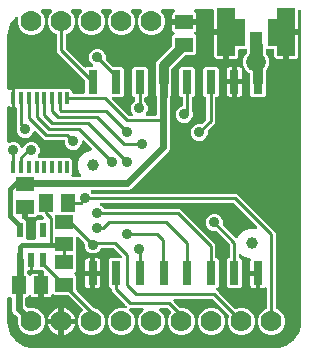
<source format=gbr>
G04 EAGLE Gerber RS-274X export*
G75*
%MOMM*%
%FSLAX34Y34*%
%LPD*%
%INTop Copper*%
%IPPOS*%
%AMOC8*
5,1,8,0,0,1.08239X$1,22.5*%
G01*
%ADD10R,0.800000X2.000000*%
%ADD11R,0.304800X0.990600*%
%ADD12R,1.500000X1.240000*%
%ADD13R,0.550000X1.200000*%
%ADD14R,1.240000X1.500000*%
%ADD15C,1.000000*%
%ADD16R,1.524000X4.064000*%
%ADD17R,1.016000X2.032000*%
%ADD18C,1.778000*%
%ADD19C,1.676400*%
%ADD20C,0.906400*%
%ADD21C,0.406400*%
%ADD22C,0.609600*%
%ADD23C,0.812800*%
%ADD24C,0.254000*%

G36*
X248657Y280728D02*
X248657Y280728D01*
X248659Y280786D01*
X248637Y280868D01*
X248625Y280952D01*
X248602Y281005D01*
X248587Y281061D01*
X248544Y281134D01*
X248509Y281211D01*
X248471Y281256D01*
X248442Y281306D01*
X248380Y281364D01*
X248326Y281428D01*
X248277Y281460D01*
X248234Y281500D01*
X248159Y281539D01*
X248089Y281586D01*
X248033Y281603D01*
X247981Y281630D01*
X247913Y281641D01*
X247818Y281671D01*
X247718Y281674D01*
X247650Y281685D01*
X226552Y281685D01*
X226494Y281677D01*
X226436Y281679D01*
X226354Y281657D01*
X226271Y281645D01*
X226217Y281622D01*
X226161Y281607D01*
X226088Y281564D01*
X226011Y281529D01*
X225966Y281491D01*
X225916Y281462D01*
X225858Y281400D01*
X225794Y281346D01*
X225762Y281297D01*
X225722Y281254D01*
X225683Y281179D01*
X225637Y281109D01*
X225619Y281053D01*
X225592Y281001D01*
X225581Y280933D01*
X225551Y280838D01*
X225548Y280738D01*
X225537Y280670D01*
X225537Y259842D01*
X225545Y259784D01*
X225543Y259726D01*
X225565Y259644D01*
X225577Y259561D01*
X225601Y259507D01*
X225615Y259451D01*
X225658Y259378D01*
X225693Y259301D01*
X225731Y259256D01*
X225761Y259206D01*
X225822Y259148D01*
X225877Y259084D01*
X225925Y259052D01*
X225968Y259012D01*
X226043Y258973D01*
X226113Y258927D01*
X226169Y258909D01*
X226221Y258882D01*
X226289Y258871D01*
X226384Y258841D01*
X226484Y258838D01*
X226552Y258827D01*
X238761Y258827D01*
X238761Y247649D01*
X233345Y247649D01*
X232699Y247822D01*
X232120Y248157D01*
X231647Y248630D01*
X231312Y249209D01*
X231139Y249855D01*
X231139Y255016D01*
X231124Y255134D01*
X231117Y255253D01*
X231104Y255291D01*
X231099Y255332D01*
X231056Y255442D01*
X231019Y255555D01*
X230997Y255590D01*
X230982Y255627D01*
X230912Y255723D01*
X230849Y255824D01*
X230819Y255852D01*
X230796Y255885D01*
X230704Y255960D01*
X230617Y256042D01*
X230582Y256062D01*
X230551Y256087D01*
X230443Y256138D01*
X230339Y256196D01*
X230299Y256206D01*
X230263Y256223D01*
X230146Y256245D01*
X230031Y256275D01*
X229970Y256279D01*
X229950Y256283D01*
X229930Y256281D01*
X229870Y256285D01*
X225917Y256285D01*
X225194Y256285D01*
X225076Y256270D01*
X224957Y256263D01*
X224919Y256250D01*
X224878Y256245D01*
X224768Y256202D01*
X224655Y256165D01*
X224620Y256143D01*
X224583Y256128D01*
X224487Y256059D01*
X224386Y255995D01*
X224358Y255965D01*
X224325Y255942D01*
X224249Y255850D01*
X224168Y255763D01*
X224148Y255728D01*
X224123Y255697D01*
X224072Y255589D01*
X224014Y255485D01*
X224004Y255445D01*
X223987Y255409D01*
X223965Y255292D01*
X223935Y255177D01*
X223931Y255117D01*
X223927Y255097D01*
X223929Y255076D01*
X223925Y255016D01*
X223925Y253058D01*
X223937Y252960D01*
X223940Y252861D01*
X223957Y252803D01*
X223965Y252743D01*
X224001Y252651D01*
X224029Y252555D01*
X224059Y252503D01*
X224082Y252447D01*
X224140Y252367D01*
X224190Y252281D01*
X224256Y252206D01*
X224268Y252189D01*
X224278Y252182D01*
X224297Y252161D01*
X225160Y251297D01*
X226823Y247283D01*
X226823Y242937D01*
X225160Y238923D01*
X224297Y238059D01*
X224236Y237981D01*
X224168Y237909D01*
X224139Y237856D01*
X224102Y237808D01*
X224062Y237717D01*
X224014Y237631D01*
X223999Y237572D01*
X223975Y237516D01*
X223960Y237418D01*
X223935Y237323D01*
X223929Y237223D01*
X223925Y237202D01*
X223927Y237190D01*
X223925Y237162D01*
X223925Y226968D01*
X223913Y226923D01*
X223873Y226778D01*
X223873Y226769D01*
X223871Y226760D01*
X223861Y226599D01*
X223861Y217268D01*
X222372Y215779D01*
X212268Y215779D01*
X210779Y217268D01*
X210779Y226599D01*
X210778Y226608D01*
X210779Y226618D01*
X210758Y226767D01*
X210739Y226915D01*
X210736Y226923D01*
X210735Y226933D01*
X210715Y226990D01*
X210715Y234587D01*
X210712Y234616D01*
X210714Y234646D01*
X210692Y234774D01*
X210675Y234902D01*
X210665Y234930D01*
X210660Y234959D01*
X210606Y235077D01*
X210558Y235198D01*
X210541Y235222D01*
X210529Y235249D01*
X210448Y235350D01*
X210372Y235455D01*
X210349Y235474D01*
X210330Y235497D01*
X210227Y235575D01*
X210127Y235658D01*
X210100Y235671D01*
X210076Y235689D01*
X209932Y235759D01*
X209713Y235850D01*
X206640Y238923D01*
X204977Y242937D01*
X204977Y247283D01*
X206640Y251297D01*
X207908Y252565D01*
X207968Y252643D01*
X208036Y252715D01*
X208065Y252768D01*
X208102Y252816D01*
X208142Y252907D01*
X208190Y252993D01*
X208205Y253052D01*
X208229Y253108D01*
X208244Y253206D01*
X208269Y253301D01*
X208275Y253401D01*
X208279Y253422D01*
X208277Y253434D01*
X208279Y253462D01*
X208279Y255016D01*
X208264Y255134D01*
X208257Y255253D01*
X208244Y255291D01*
X208239Y255332D01*
X208196Y255442D01*
X208159Y255555D01*
X208137Y255590D01*
X208122Y255627D01*
X208053Y255723D01*
X207989Y255824D01*
X207959Y255852D01*
X207936Y255885D01*
X207844Y255961D01*
X207757Y256042D01*
X207722Y256062D01*
X207691Y256087D01*
X207583Y256138D01*
X207479Y256196D01*
X207439Y256206D01*
X207403Y256223D01*
X207286Y256245D01*
X207171Y256275D01*
X207111Y256279D01*
X207091Y256283D01*
X207070Y256281D01*
X207010Y256285D01*
X205883Y256285D01*
X201930Y256285D01*
X201812Y256270D01*
X201693Y256263D01*
X201655Y256250D01*
X201614Y256245D01*
X201504Y256202D01*
X201391Y256165D01*
X201356Y256143D01*
X201319Y256128D01*
X201223Y256058D01*
X201122Y255995D01*
X201094Y255965D01*
X201061Y255942D01*
X200985Y255850D01*
X200904Y255763D01*
X200884Y255728D01*
X200859Y255697D01*
X200808Y255589D01*
X200750Y255485D01*
X200740Y255445D01*
X200723Y255409D01*
X200701Y255292D01*
X200671Y255177D01*
X200667Y255116D01*
X200663Y255096D01*
X200665Y255076D01*
X200661Y255016D01*
X200661Y249855D01*
X200488Y249209D01*
X200153Y248630D01*
X199680Y248157D01*
X199101Y247822D01*
X198454Y247649D01*
X193039Y247649D01*
X193039Y258827D01*
X205248Y258827D01*
X205306Y258835D01*
X205364Y258833D01*
X205446Y258855D01*
X205530Y258867D01*
X205583Y258891D01*
X205639Y258905D01*
X205712Y258948D01*
X205789Y258983D01*
X205834Y259021D01*
X205884Y259051D01*
X205942Y259112D01*
X206006Y259167D01*
X206038Y259215D01*
X206078Y259258D01*
X206117Y259333D01*
X206164Y259403D01*
X206181Y259459D01*
X206208Y259511D01*
X206219Y259579D01*
X206249Y259674D01*
X206252Y259774D01*
X206263Y259842D01*
X206263Y280670D01*
X206255Y280728D01*
X206257Y280786D01*
X206235Y280868D01*
X206223Y280952D01*
X206200Y281005D01*
X206185Y281061D01*
X206142Y281134D01*
X206107Y281211D01*
X206069Y281256D01*
X206040Y281306D01*
X205978Y281364D01*
X205924Y281428D01*
X205875Y281460D01*
X205832Y281500D01*
X205757Y281539D01*
X205687Y281586D01*
X205631Y281603D01*
X205579Y281630D01*
X205511Y281641D01*
X205416Y281671D01*
X205316Y281674D01*
X205248Y281685D01*
X184150Y281685D01*
X184092Y281677D01*
X184034Y281679D01*
X183952Y281657D01*
X183869Y281645D01*
X183815Y281622D01*
X183759Y281607D01*
X183686Y281564D01*
X183609Y281529D01*
X183564Y281491D01*
X183514Y281462D01*
X183456Y281400D01*
X183392Y281346D01*
X183360Y281297D01*
X183320Y281254D01*
X183281Y281179D01*
X183235Y281109D01*
X183217Y281053D01*
X183190Y281001D01*
X183179Y280933D01*
X183149Y280838D01*
X183146Y280738D01*
X183135Y280670D01*
X183135Y273049D01*
X180339Y273049D01*
X180339Y288290D01*
X180324Y288408D01*
X180317Y288527D01*
X180304Y288565D01*
X180299Y288606D01*
X180256Y288716D01*
X180219Y288829D01*
X180197Y288864D01*
X180182Y288901D01*
X180112Y288997D01*
X180049Y289098D01*
X180019Y289126D01*
X179996Y289159D01*
X179904Y289235D01*
X179817Y289316D01*
X179782Y289336D01*
X179751Y289361D01*
X179643Y289412D01*
X179539Y289470D01*
X179499Y289480D01*
X179463Y289497D01*
X179346Y289519D01*
X179231Y289549D01*
X179170Y289553D01*
X179150Y289557D01*
X179130Y289555D01*
X179070Y289559D01*
X164258Y289559D01*
X164113Y289541D01*
X163968Y289526D01*
X163955Y289521D01*
X163942Y289519D01*
X163807Y289466D01*
X163670Y289415D01*
X163659Y289407D01*
X163646Y289402D01*
X163528Y289317D01*
X163409Y289234D01*
X163400Y289224D01*
X163389Y289216D01*
X163296Y289103D01*
X163201Y288993D01*
X163195Y288981D01*
X163186Y288971D01*
X163124Y288838D01*
X163059Y288708D01*
X163056Y288695D01*
X163051Y288683D01*
X163023Y288540D01*
X162993Y288397D01*
X162993Y288384D01*
X162991Y288371D01*
X163000Y288225D01*
X163006Y288079D01*
X163010Y288067D01*
X163011Y288053D01*
X163056Y287914D01*
X163097Y287775D01*
X163104Y287763D01*
X163109Y287751D01*
X163187Y287627D01*
X163262Y287503D01*
X163272Y287493D01*
X163279Y287482D01*
X163385Y287382D01*
X163489Y287280D01*
X163504Y287270D01*
X163510Y287264D01*
X163525Y287256D01*
X163623Y287191D01*
X164000Y286973D01*
X164473Y286500D01*
X164808Y285921D01*
X164981Y285274D01*
X164981Y281279D01*
X156210Y281279D01*
X156092Y281264D01*
X155973Y281257D01*
X155935Y281244D01*
X155895Y281239D01*
X155784Y281195D01*
X155671Y281159D01*
X155636Y281137D01*
X155599Y281122D01*
X155503Y281052D01*
X155402Y280989D01*
X155374Y280959D01*
X155342Y280935D01*
X155266Y280844D01*
X155184Y280757D01*
X155165Y280722D01*
X155139Y280690D01*
X155088Y280583D01*
X155031Y280479D01*
X155020Y280439D01*
X155003Y280403D01*
X154981Y280286D01*
X154951Y280171D01*
X154947Y280110D01*
X154943Y280090D01*
X154945Y280070D01*
X154941Y280010D01*
X154941Y277470D01*
X154956Y277352D01*
X154963Y277233D01*
X154976Y277195D01*
X154981Y277155D01*
X155025Y277044D01*
X155061Y276931D01*
X155083Y276896D01*
X155098Y276859D01*
X155168Y276763D01*
X155231Y276662D01*
X155261Y276634D01*
X155285Y276601D01*
X155376Y276526D01*
X155463Y276444D01*
X155498Y276424D01*
X155530Y276399D01*
X155637Y276348D01*
X155741Y276290D01*
X155781Y276280D01*
X155817Y276263D01*
X155934Y276241D01*
X156049Y276211D01*
X156110Y276207D01*
X156130Y276203D01*
X156150Y276205D01*
X156210Y276201D01*
X164981Y276201D01*
X164981Y272206D01*
X164808Y271559D01*
X164473Y270980D01*
X164000Y270507D01*
X163826Y270407D01*
X163726Y270330D01*
X163622Y270260D01*
X163600Y270235D01*
X163573Y270214D01*
X163495Y270116D01*
X163412Y270022D01*
X163396Y269992D01*
X163375Y269965D01*
X163324Y269850D01*
X163267Y269738D01*
X163260Y269705D01*
X163246Y269675D01*
X163225Y269550D01*
X163197Y269428D01*
X163198Y269394D01*
X163193Y269361D01*
X163203Y269236D01*
X163207Y269110D01*
X163216Y269078D01*
X163219Y269044D01*
X163260Y268925D01*
X163295Y268805D01*
X163312Y268776D01*
X163324Y268744D01*
X163393Y268639D01*
X163457Y268531D01*
X163489Y268494D01*
X163499Y268479D01*
X163515Y268464D01*
X163563Y268410D01*
X164981Y266992D01*
X164981Y252488D01*
X163492Y250999D01*
X156066Y250999D01*
X155967Y250987D01*
X155868Y250984D01*
X155810Y250967D01*
X155750Y250959D01*
X155658Y250923D01*
X155563Y250895D01*
X155511Y250865D01*
X155454Y250842D01*
X155374Y250784D01*
X155289Y250734D01*
X155213Y250668D01*
X155197Y250656D01*
X155189Y250646D01*
X155168Y250628D01*
X144296Y239756D01*
X144236Y239678D01*
X144168Y239606D01*
X144139Y239553D01*
X144102Y239505D01*
X144062Y239414D01*
X144014Y239327D01*
X143999Y239269D01*
X143975Y239213D01*
X143960Y239115D01*
X143935Y239019D01*
X143929Y238919D01*
X143925Y238899D01*
X143927Y238886D01*
X143925Y238858D01*
X143925Y226968D01*
X143913Y226923D01*
X143873Y226778D01*
X143873Y226769D01*
X143871Y226760D01*
X143861Y226599D01*
X143861Y217268D01*
X143280Y216687D01*
X143220Y216609D01*
X143152Y216537D01*
X143123Y216484D01*
X143086Y216436D01*
X143046Y216345D01*
X142998Y216258D01*
X142983Y216200D01*
X142959Y216144D01*
X142944Y216046D01*
X142919Y215951D01*
X142914Y215868D01*
X142911Y215855D01*
X142912Y215846D01*
X142909Y215830D01*
X142911Y215818D01*
X142909Y215790D01*
X142909Y214948D01*
X142845Y214795D01*
X142843Y214786D01*
X142838Y214778D01*
X142801Y214634D01*
X142761Y214489D01*
X142761Y214479D01*
X142759Y214470D01*
X142749Y214310D01*
X142749Y171608D01*
X141898Y169554D01*
X109846Y137502D01*
X107792Y136651D01*
X77075Y136651D01*
X76937Y136634D01*
X76799Y136621D01*
X76780Y136614D01*
X76760Y136611D01*
X76630Y136560D01*
X76500Y136513D01*
X76483Y136502D01*
X76464Y136494D01*
X76352Y136413D01*
X76237Y136335D01*
X76223Y136319D01*
X76207Y136308D01*
X76118Y136200D01*
X76026Y136096D01*
X76017Y136078D01*
X76004Y136063D01*
X75945Y135937D01*
X75881Y135813D01*
X75877Y135793D01*
X75868Y135775D01*
X75842Y135638D01*
X75812Y135503D01*
X75812Y135482D01*
X75809Y135463D01*
X75817Y135324D01*
X75821Y135185D01*
X75827Y135165D01*
X75828Y135145D01*
X75871Y135013D01*
X75910Y134879D01*
X75920Y134862D01*
X75926Y134843D01*
X76001Y134725D01*
X76071Y134605D01*
X76090Y134584D01*
X76097Y134574D01*
X76112Y134560D01*
X76178Y134485D01*
X76940Y133722D01*
X77018Y133662D01*
X77090Y133594D01*
X77143Y133565D01*
X77191Y133528D01*
X77282Y133488D01*
X77369Y133440D01*
X77427Y133425D01*
X77483Y133401D01*
X77581Y133386D01*
X77677Y133361D01*
X77777Y133355D01*
X77797Y133351D01*
X77809Y133353D01*
X77837Y133351D01*
X199698Y133351D01*
X232411Y100638D01*
X232411Y37042D01*
X232414Y37013D01*
X232412Y36983D01*
X232434Y36856D01*
X232451Y36727D01*
X232461Y36699D01*
X232466Y36670D01*
X232520Y36552D01*
X232568Y36431D01*
X232585Y36407D01*
X232597Y36380D01*
X232678Y36279D01*
X232754Y36174D01*
X232777Y36155D01*
X232796Y36132D01*
X232899Y36054D01*
X232999Y35971D01*
X233026Y35958D01*
X233050Y35940D01*
X233194Y35870D01*
X235075Y35091D01*
X238291Y31875D01*
X240031Y27674D01*
X240031Y23126D01*
X238291Y18925D01*
X235075Y15709D01*
X230874Y13969D01*
X226326Y13969D01*
X222125Y15709D01*
X218909Y18925D01*
X217169Y23126D01*
X217169Y27674D01*
X218909Y31875D01*
X222125Y35091D01*
X224006Y35870D01*
X224031Y35884D01*
X224059Y35893D01*
X224169Y35963D01*
X224282Y36027D01*
X224303Y36048D01*
X224328Y36063D01*
X224417Y36158D01*
X224510Y36248D01*
X224526Y36273D01*
X224546Y36295D01*
X224609Y36409D01*
X224677Y36519D01*
X224685Y36548D01*
X224700Y36574D01*
X224732Y36699D01*
X224770Y36823D01*
X224772Y36853D01*
X224779Y36881D01*
X224789Y37042D01*
X224789Y53191D01*
X224773Y53322D01*
X224762Y53454D01*
X224753Y53480D01*
X224749Y53506D01*
X224701Y53629D01*
X224657Y53754D01*
X224642Y53777D01*
X224632Y53802D01*
X224555Y53909D01*
X224481Y54020D01*
X224461Y54038D01*
X224446Y54059D01*
X224344Y54144D01*
X224245Y54232D01*
X224221Y54245D01*
X224201Y54262D01*
X224081Y54318D01*
X223964Y54380D01*
X223937Y54386D01*
X223913Y54398D01*
X223783Y54423D01*
X223654Y54453D01*
X223627Y54452D01*
X223601Y54458D01*
X223469Y54449D01*
X223336Y54447D01*
X223310Y54439D01*
X223283Y54438D01*
X223157Y54397D01*
X223030Y54362D01*
X222995Y54344D01*
X222981Y54340D01*
X222962Y54328D01*
X222885Y54290D01*
X222301Y53952D01*
X221654Y53779D01*
X219319Y53779D01*
X219319Y65590D01*
X219304Y65708D01*
X219297Y65827D01*
X219285Y65865D01*
X219279Y65905D01*
X219236Y66016D01*
X219199Y66129D01*
X219177Y66163D01*
X219162Y66201D01*
X219093Y66297D01*
X219029Y66398D01*
X218999Y66426D01*
X218976Y66458D01*
X218884Y66534D01*
X218797Y66616D01*
X218762Y66635D01*
X218731Y66661D01*
X218623Y66712D01*
X218519Y66769D01*
X218479Y66779D01*
X218443Y66797D01*
X218326Y66819D01*
X218211Y66849D01*
X218151Y66853D01*
X218131Y66856D01*
X218110Y66855D01*
X218050Y66859D01*
X217859Y66859D01*
X217859Y67050D01*
X217844Y67168D01*
X217837Y67287D01*
X217824Y67325D01*
X217819Y67366D01*
X217775Y67476D01*
X217739Y67589D01*
X217717Y67624D01*
X217702Y67661D01*
X217632Y67757D01*
X217569Y67858D01*
X217539Y67886D01*
X217515Y67919D01*
X217424Y67995D01*
X217337Y68076D01*
X217302Y68096D01*
X217270Y68121D01*
X217163Y68172D01*
X217058Y68230D01*
X217019Y68240D01*
X216983Y68257D01*
X216866Y68279D01*
X216750Y68309D01*
X216690Y68313D01*
X216670Y68317D01*
X216650Y68315D01*
X216590Y68319D01*
X210779Y68319D01*
X210779Y76654D01*
X210953Y77301D01*
X210970Y77426D01*
X210993Y77550D01*
X210991Y77583D01*
X210996Y77617D01*
X210981Y77742D01*
X210974Y77867D01*
X210963Y77899D01*
X210959Y77932D01*
X210914Y78050D01*
X210876Y78169D01*
X210857Y78198D01*
X210845Y78229D01*
X210773Y78332D01*
X210705Y78438D01*
X210681Y78461D01*
X210661Y78489D01*
X210565Y78570D01*
X210474Y78656D01*
X210444Y78672D01*
X210419Y78694D01*
X210305Y78749D01*
X210195Y78810D01*
X210163Y78818D01*
X210132Y78833D01*
X210009Y78858D01*
X209887Y78889D01*
X209839Y78892D01*
X209821Y78896D01*
X209799Y78895D01*
X209727Y78899D01*
X209595Y78899D01*
X204986Y80808D01*
X203297Y82497D01*
X203188Y82583D01*
X203081Y82671D01*
X203062Y82680D01*
X203046Y82692D01*
X202918Y82748D01*
X202793Y82807D01*
X202773Y82810D01*
X202754Y82819D01*
X202616Y82840D01*
X202480Y82866D01*
X202460Y82865D01*
X202440Y82868D01*
X202301Y82855D01*
X202163Y82847D01*
X202144Y82840D01*
X202124Y82839D01*
X201992Y82791D01*
X201861Y82749D01*
X201843Y82738D01*
X201824Y82731D01*
X201709Y82653D01*
X201592Y82579D01*
X201578Y82564D01*
X201561Y82552D01*
X201469Y82448D01*
X201374Y82347D01*
X201364Y82329D01*
X201351Y82314D01*
X201287Y82190D01*
X201220Y82068D01*
X201215Y82049D01*
X201206Y82031D01*
X201176Y81895D01*
X201141Y81760D01*
X201139Y81732D01*
X201136Y81720D01*
X201137Y81700D01*
X201131Y81600D01*
X201131Y80130D01*
X201146Y80012D01*
X201153Y79893D01*
X201166Y79855D01*
X201171Y79814D01*
X201214Y79704D01*
X201251Y79591D01*
X201273Y79556D01*
X201288Y79519D01*
X201358Y79422D01*
X201421Y79322D01*
X201451Y79294D01*
X201474Y79261D01*
X201566Y79185D01*
X201653Y79104D01*
X201688Y79084D01*
X201719Y79059D01*
X201827Y79008D01*
X201931Y78950D01*
X201971Y78940D01*
X202007Y78923D01*
X202124Y78901D01*
X202239Y78871D01*
X202299Y78867D01*
X202319Y78863D01*
X202340Y78865D01*
X202371Y78863D01*
X203861Y77372D01*
X203861Y55268D01*
X202372Y53779D01*
X192268Y53779D01*
X190779Y55268D01*
X190779Y77372D01*
X192272Y78865D01*
X192358Y78876D01*
X192477Y78883D01*
X192515Y78896D01*
X192556Y78901D01*
X192666Y78944D01*
X192779Y78981D01*
X192814Y79003D01*
X192851Y79018D01*
X192947Y79087D01*
X193048Y79151D01*
X193076Y79181D01*
X193109Y79204D01*
X193185Y79296D01*
X193266Y79383D01*
X193286Y79418D01*
X193311Y79449D01*
X193362Y79557D01*
X193420Y79661D01*
X193430Y79701D01*
X193447Y79737D01*
X193469Y79854D01*
X193499Y79969D01*
X193503Y80029D01*
X193507Y80049D01*
X193505Y80070D01*
X193509Y80130D01*
X193509Y90136D01*
X193497Y90234D01*
X193494Y90333D01*
X193477Y90391D01*
X193469Y90451D01*
X193433Y90543D01*
X193405Y90639D01*
X193375Y90691D01*
X193352Y90747D01*
X193294Y90827D01*
X193244Y90912D01*
X193178Y90988D01*
X193166Y91004D01*
X193156Y91012D01*
X193138Y91033D01*
X182395Y101776D01*
X182317Y101836D01*
X182245Y101904D01*
X182192Y101933D01*
X182144Y101970D01*
X182053Y102010D01*
X181966Y102058D01*
X181908Y102073D01*
X181852Y102097D01*
X181754Y102112D01*
X181658Y102137D01*
X181558Y102143D01*
X181538Y102147D01*
X181526Y102145D01*
X181498Y102147D01*
X178933Y102147D01*
X176334Y103224D01*
X174344Y105214D01*
X173267Y107813D01*
X173267Y110627D01*
X174344Y113226D01*
X176334Y115216D01*
X178933Y116293D01*
X181747Y116293D01*
X184346Y115216D01*
X186336Y113226D01*
X187413Y110627D01*
X187413Y108062D01*
X187425Y107964D01*
X187428Y107865D01*
X187445Y107807D01*
X187453Y107747D01*
X187489Y107655D01*
X187517Y107559D01*
X187547Y107507D01*
X187570Y107451D01*
X187628Y107371D01*
X187678Y107286D01*
X187744Y107210D01*
X187756Y107194D01*
X187766Y107186D01*
X187784Y107165D01*
X198527Y96422D01*
X198635Y96314D01*
X198674Y96283D01*
X198708Y96247D01*
X198800Y96186D01*
X198886Y96119D01*
X198932Y96099D01*
X198974Y96072D01*
X199078Y96036D01*
X199178Y95993D01*
X199227Y95985D01*
X199274Y95969D01*
X199384Y95960D01*
X199492Y95943D01*
X199542Y95947D01*
X199591Y95943D01*
X199700Y95962D01*
X199809Y95973D01*
X199856Y95989D01*
X199905Y95998D01*
X200005Y96043D01*
X200108Y96080D01*
X200150Y96108D01*
X200195Y96128D01*
X200280Y96197D01*
X200371Y96259D01*
X200404Y96296D01*
X200443Y96327D01*
X200509Y96415D01*
X200582Y96497D01*
X200604Y96541D01*
X200634Y96581D01*
X200705Y96726D01*
X201458Y98544D01*
X204986Y102072D01*
X209595Y103981D01*
X214584Y103981D01*
X215015Y103802D01*
X215082Y103784D01*
X215146Y103756D01*
X215235Y103742D01*
X215322Y103718D01*
X215392Y103717D01*
X215461Y103706D01*
X215550Y103715D01*
X215640Y103713D01*
X215708Y103730D01*
X215777Y103736D01*
X215862Y103767D01*
X215949Y103788D01*
X216011Y103820D01*
X216076Y103844D01*
X216151Y103894D01*
X216230Y103936D01*
X216282Y103983D01*
X216340Y104022D01*
X216399Y104090D01*
X216466Y104150D01*
X216504Y104208D01*
X216550Y104261D01*
X216591Y104341D01*
X216640Y104416D01*
X216663Y104482D01*
X216695Y104544D01*
X216714Y104632D01*
X216744Y104717D01*
X216749Y104786D01*
X216764Y104854D01*
X216762Y104944D01*
X216769Y105034D01*
X216757Y105102D01*
X216755Y105172D01*
X216730Y105259D01*
X216714Y105347D01*
X216686Y105411D01*
X216666Y105478D01*
X216621Y105555D01*
X216584Y105637D01*
X216540Y105692D01*
X216505Y105752D01*
X216398Y105872D01*
X196913Y125358D01*
X196835Y125418D01*
X196763Y125486D01*
X196710Y125515D01*
X196662Y125552D01*
X196571Y125592D01*
X196484Y125640D01*
X196426Y125655D01*
X196370Y125679D01*
X196272Y125694D01*
X196176Y125719D01*
X196076Y125725D01*
X196056Y125729D01*
X196044Y125727D01*
X196016Y125729D01*
X84682Y125729D01*
X84613Y125721D01*
X84543Y125722D01*
X84456Y125701D01*
X84367Y125689D01*
X84302Y125664D01*
X84234Y125647D01*
X84155Y125605D01*
X84071Y125572D01*
X84015Y125531D01*
X83953Y125499D01*
X83886Y125438D01*
X83814Y125386D01*
X83769Y125332D01*
X83718Y125285D01*
X83668Y125210D01*
X83611Y125141D01*
X83581Y125077D01*
X83543Y125019D01*
X83514Y124934D01*
X83475Y124853D01*
X83462Y124784D01*
X83440Y124718D01*
X83432Y124629D01*
X83416Y124541D01*
X83420Y124471D01*
X83414Y124401D01*
X83430Y124313D01*
X83435Y124223D01*
X83457Y124157D01*
X83469Y124088D01*
X83506Y124006D01*
X83533Y123921D01*
X83571Y123862D01*
X83599Y123798D01*
X83655Y123728D01*
X83703Y123652D01*
X83754Y123604D01*
X83798Y123550D01*
X83870Y123495D01*
X83935Y123434D01*
X83996Y123400D01*
X84052Y123358D01*
X84197Y123287D01*
X85286Y122836D01*
X87100Y121022D01*
X87178Y120962D01*
X87250Y120894D01*
X87303Y120865D01*
X87351Y120828D01*
X87442Y120788D01*
X87529Y120740D01*
X87587Y120725D01*
X87643Y120701D01*
X87741Y120686D01*
X87837Y120661D01*
X87937Y120655D01*
X87957Y120651D01*
X87969Y120653D01*
X87997Y120651D01*
X151438Y120651D01*
X181131Y90958D01*
X181131Y80130D01*
X181146Y80012D01*
X181153Y79893D01*
X181166Y79855D01*
X181171Y79814D01*
X181214Y79704D01*
X181251Y79591D01*
X181273Y79556D01*
X181288Y79519D01*
X181358Y79422D01*
X181421Y79322D01*
X181451Y79294D01*
X181474Y79261D01*
X181566Y79185D01*
X181653Y79104D01*
X181688Y79084D01*
X181719Y79059D01*
X181827Y79008D01*
X181931Y78950D01*
X181971Y78940D01*
X182007Y78923D01*
X182124Y78901D01*
X182239Y78871D01*
X182299Y78867D01*
X182319Y78863D01*
X182340Y78865D01*
X182371Y78863D01*
X183861Y77372D01*
X183861Y55268D01*
X182189Y53596D01*
X182116Y53501D01*
X182037Y53412D01*
X182019Y53376D01*
X181994Y53344D01*
X181946Y53235D01*
X181892Y53129D01*
X181883Y53090D01*
X181867Y53052D01*
X181849Y52935D01*
X181823Y52819D01*
X181824Y52778D01*
X181818Y52738D01*
X181829Y52620D01*
X181832Y52501D01*
X181844Y52462D01*
X181847Y52422D01*
X181888Y52310D01*
X181921Y52195D01*
X181941Y52161D01*
X181955Y52122D01*
X182022Y52024D01*
X182082Y51921D01*
X182122Y51876D01*
X182134Y51859D01*
X182149Y51846D01*
X182189Y51801D01*
X184522Y49467D01*
X197662Y36327D01*
X197686Y36309D01*
X197705Y36286D01*
X197811Y36212D01*
X197914Y36132D01*
X197941Y36120D01*
X197965Y36103D01*
X198086Y36057D01*
X198205Y36006D01*
X198235Y36001D01*
X198262Y35990D01*
X198391Y35976D01*
X198520Y35956D01*
X198549Y35958D01*
X198578Y35955D01*
X198707Y35973D01*
X198836Y35986D01*
X198864Y35996D01*
X198893Y36000D01*
X199046Y36052D01*
X200926Y36831D01*
X205474Y36831D01*
X209675Y35091D01*
X212891Y31875D01*
X214631Y27674D01*
X214631Y23126D01*
X212891Y18925D01*
X209675Y15709D01*
X205474Y13969D01*
X200926Y13969D01*
X196725Y15709D01*
X193509Y18925D01*
X191769Y23126D01*
X191769Y27674D01*
X192548Y29554D01*
X192556Y29583D01*
X192570Y29609D01*
X192598Y29736D01*
X192632Y29861D01*
X192633Y29891D01*
X192639Y29920D01*
X192635Y30049D01*
X192637Y30179D01*
X192630Y30208D01*
X192630Y30237D01*
X192593Y30362D01*
X192563Y30488D01*
X192549Y30515D01*
X192541Y30543D01*
X192475Y30655D01*
X192414Y30770D01*
X192395Y30791D01*
X192380Y30817D01*
X192273Y30938D01*
X179133Y44078D01*
X179055Y44138D01*
X178983Y44206D01*
X178930Y44235D01*
X178882Y44272D01*
X178791Y44312D01*
X178704Y44360D01*
X178646Y44375D01*
X178590Y44399D01*
X178492Y44414D01*
X178396Y44439D01*
X178296Y44445D01*
X178276Y44449D01*
X178264Y44447D01*
X178236Y44449D01*
X146884Y44449D01*
X146747Y44432D01*
X146608Y44419D01*
X146589Y44412D01*
X146569Y44409D01*
X146440Y44358D01*
X146309Y44311D01*
X146292Y44300D01*
X146273Y44292D01*
X146160Y44211D01*
X146045Y44133D01*
X146032Y44117D01*
X146016Y44106D01*
X145927Y43998D01*
X145835Y43894D01*
X145826Y43876D01*
X145813Y43861D01*
X145754Y43735D01*
X145690Y43611D01*
X145686Y43591D01*
X145677Y43573D01*
X145651Y43437D01*
X145621Y43301D01*
X145621Y43280D01*
X145617Y43261D01*
X145626Y43122D01*
X145630Y42983D01*
X145636Y42963D01*
X145637Y42943D01*
X145680Y42811D01*
X145719Y42677D01*
X145729Y42660D01*
X145735Y42641D01*
X145810Y42523D01*
X145880Y42403D01*
X145899Y42382D01*
X145905Y42372D01*
X145920Y42358D01*
X145987Y42283D01*
X151067Y37202D01*
X151145Y37142D01*
X151217Y37074D01*
X151270Y37045D01*
X151318Y37008D01*
X151409Y36968D01*
X151496Y36920D01*
X151554Y36905D01*
X151610Y36881D01*
X151708Y36866D01*
X151804Y36841D01*
X151904Y36835D01*
X151924Y36831D01*
X151936Y36833D01*
X151964Y36831D01*
X154674Y36831D01*
X158875Y35091D01*
X162091Y31875D01*
X163831Y27674D01*
X163831Y23126D01*
X162091Y18925D01*
X158875Y15709D01*
X154674Y13969D01*
X150126Y13969D01*
X145925Y15709D01*
X142709Y18925D01*
X140969Y23126D01*
X140969Y27674D01*
X142709Y31875D01*
X143265Y32431D01*
X143338Y32525D01*
X143417Y32614D01*
X143435Y32650D01*
X143460Y32682D01*
X143507Y32791D01*
X143562Y32897D01*
X143570Y32937D01*
X143586Y32974D01*
X143605Y33092D01*
X143631Y33207D01*
X143630Y33248D01*
X143636Y33288D01*
X143625Y33406D01*
X143622Y33525D01*
X143610Y33564D01*
X143606Y33604D01*
X143566Y33716D01*
X143533Y33831D01*
X143513Y33866D01*
X143499Y33904D01*
X143432Y34002D01*
X143372Y34105D01*
X143332Y34150D01*
X143320Y34167D01*
X143305Y34180D01*
X143265Y34226D01*
X141033Y36458D01*
X140955Y36518D01*
X140883Y36586D01*
X140830Y36615D01*
X140782Y36652D01*
X140691Y36692D01*
X140604Y36740D01*
X140546Y36755D01*
X140490Y36779D01*
X140392Y36794D01*
X140296Y36819D01*
X140196Y36825D01*
X140176Y36829D01*
X140164Y36827D01*
X140136Y36829D01*
X134800Y36829D01*
X134663Y36812D01*
X134524Y36799D01*
X134505Y36792D01*
X134485Y36789D01*
X134356Y36738D01*
X134225Y36691D01*
X134208Y36680D01*
X134189Y36672D01*
X134077Y36591D01*
X133962Y36513D01*
X133948Y36497D01*
X133932Y36486D01*
X133843Y36378D01*
X133751Y36274D01*
X133742Y36256D01*
X133729Y36241D01*
X133670Y36115D01*
X133607Y35991D01*
X133602Y35971D01*
X133594Y35953D01*
X133567Y35817D01*
X133537Y35681D01*
X133538Y35660D01*
X133534Y35641D01*
X133542Y35502D01*
X133547Y35363D01*
X133552Y35343D01*
X133554Y35323D01*
X133596Y35191D01*
X133635Y35057D01*
X133645Y35040D01*
X133652Y35021D01*
X133726Y34903D01*
X133797Y34783D01*
X133815Y34762D01*
X133822Y34752D01*
X133837Y34738D01*
X133840Y34734D01*
X133841Y34733D01*
X133842Y34731D01*
X133903Y34663D01*
X136691Y31875D01*
X138431Y27674D01*
X138431Y23126D01*
X136691Y18925D01*
X133475Y15709D01*
X129274Y13969D01*
X124726Y13969D01*
X120525Y15709D01*
X117309Y18925D01*
X115569Y23126D01*
X115569Y27674D01*
X117309Y31875D01*
X120097Y34663D01*
X120182Y34772D01*
X120271Y34879D01*
X120280Y34898D01*
X120292Y34914D01*
X120347Y35042D01*
X120406Y35167D01*
X120410Y35187D01*
X120418Y35206D01*
X120440Y35344D01*
X120466Y35480D01*
X120465Y35500D01*
X120468Y35520D01*
X120455Y35659D01*
X120446Y35797D01*
X120440Y35816D01*
X120438Y35836D01*
X120391Y35968D01*
X120348Y36099D01*
X120338Y36117D01*
X120331Y36136D01*
X120253Y36251D01*
X120178Y36368D01*
X120164Y36382D01*
X120152Y36399D01*
X120048Y36491D01*
X119947Y36586D01*
X119929Y36596D01*
X119914Y36609D01*
X119790Y36673D01*
X119668Y36740D01*
X119649Y36745D01*
X119631Y36754D01*
X119495Y36784D01*
X119360Y36819D01*
X119332Y36821D01*
X119320Y36824D01*
X119300Y36823D01*
X119200Y36829D01*
X109400Y36829D01*
X109263Y36812D01*
X109124Y36799D01*
X109105Y36792D01*
X109085Y36789D01*
X108956Y36738D01*
X108825Y36691D01*
X108808Y36680D01*
X108789Y36672D01*
X108677Y36591D01*
X108562Y36513D01*
X108548Y36497D01*
X108532Y36486D01*
X108443Y36378D01*
X108351Y36274D01*
X108342Y36256D01*
X108329Y36241D01*
X108270Y36115D01*
X108207Y35991D01*
X108202Y35971D01*
X108194Y35953D01*
X108167Y35817D01*
X108137Y35681D01*
X108138Y35660D01*
X108134Y35641D01*
X108142Y35502D01*
X108147Y35363D01*
X108152Y35343D01*
X108154Y35323D01*
X108196Y35191D01*
X108235Y35057D01*
X108245Y35040D01*
X108252Y35021D01*
X108326Y34903D01*
X108397Y34783D01*
X108415Y34762D01*
X108422Y34752D01*
X108437Y34738D01*
X108440Y34734D01*
X108441Y34733D01*
X108442Y34731D01*
X108503Y34663D01*
X111291Y31875D01*
X113031Y27674D01*
X113031Y23126D01*
X111291Y18925D01*
X108075Y15709D01*
X103874Y13969D01*
X99326Y13969D01*
X95125Y15709D01*
X91909Y18925D01*
X90169Y23126D01*
X90169Y27674D01*
X91909Y31875D01*
X95125Y35091D01*
X99326Y36831D01*
X103874Y36831D01*
X104408Y36609D01*
X104475Y36591D01*
X104539Y36563D01*
X104628Y36549D01*
X104715Y36525D01*
X104785Y36524D01*
X104854Y36513D01*
X104943Y36522D01*
X105033Y36520D01*
X105101Y36537D01*
X105170Y36543D01*
X105255Y36574D01*
X105342Y36595D01*
X105404Y36627D01*
X105469Y36651D01*
X105544Y36701D01*
X105623Y36743D01*
X105675Y36790D01*
X105733Y36829D01*
X105792Y36897D01*
X105859Y36957D01*
X105897Y37015D01*
X105943Y37068D01*
X105984Y37148D01*
X106033Y37223D01*
X106056Y37289D01*
X106088Y37351D01*
X106107Y37439D01*
X106137Y37524D01*
X106142Y37593D01*
X106157Y37661D01*
X106155Y37751D01*
X106162Y37841D01*
X106150Y37910D01*
X106148Y37979D01*
X106123Y38066D01*
X106107Y38154D01*
X106079Y38218D01*
X106059Y38285D01*
X106014Y38362D01*
X105977Y38444D01*
X105933Y38498D01*
X105898Y38559D01*
X105791Y38680D01*
X105038Y39433D01*
X93509Y50962D01*
X93509Y52510D01*
X93494Y52628D01*
X93487Y52747D01*
X93474Y52785D01*
X93469Y52826D01*
X93426Y52936D01*
X93389Y53049D01*
X93367Y53084D01*
X93352Y53121D01*
X93283Y53217D01*
X93219Y53318D01*
X93189Y53346D01*
X93166Y53379D01*
X93074Y53455D01*
X92987Y53536D01*
X92952Y53556D01*
X92921Y53581D01*
X92813Y53632D01*
X92709Y53690D01*
X92669Y53700D01*
X92633Y53717D01*
X92516Y53739D01*
X92401Y53769D01*
X92341Y53773D01*
X92321Y53777D01*
X92300Y53775D01*
X92269Y53777D01*
X90779Y55268D01*
X90779Y77372D01*
X92268Y78861D01*
X100646Y78861D01*
X100783Y78878D01*
X100922Y78891D01*
X100941Y78898D01*
X100961Y78901D01*
X101090Y78952D01*
X101221Y78999D01*
X101238Y79010D01*
X101257Y79018D01*
X101370Y79099D01*
X101485Y79177D01*
X101498Y79193D01*
X101514Y79204D01*
X101603Y79312D01*
X101695Y79416D01*
X101704Y79434D01*
X101717Y79449D01*
X101776Y79575D01*
X101840Y79699D01*
X101844Y79719D01*
X101853Y79737D01*
X101879Y79873D01*
X101909Y80009D01*
X101909Y80030D01*
X101913Y80049D01*
X101904Y80188D01*
X101900Y80327D01*
X101894Y80347D01*
X101893Y80367D01*
X101850Y80499D01*
X101811Y80633D01*
X101801Y80650D01*
X101795Y80669D01*
X101720Y80787D01*
X101650Y80907D01*
X101631Y80928D01*
X101625Y80938D01*
X101610Y80952D01*
X101543Y81027D01*
X95313Y87258D01*
X95235Y87318D01*
X95163Y87386D01*
X95110Y87415D01*
X95062Y87452D01*
X94971Y87492D01*
X94884Y87540D01*
X94826Y87555D01*
X94770Y87579D01*
X94672Y87594D01*
X94576Y87619D01*
X94476Y87625D01*
X94456Y87629D01*
X94444Y87627D01*
X94416Y87629D01*
X84921Y87629D01*
X84892Y87626D01*
X84862Y87628D01*
X84734Y87606D01*
X84606Y87589D01*
X84578Y87579D01*
X84549Y87574D01*
X84431Y87520D01*
X84310Y87472D01*
X84286Y87455D01*
X84259Y87443D01*
X84158Y87362D01*
X84053Y87286D01*
X84034Y87263D01*
X84011Y87244D01*
X83933Y87141D01*
X83850Y87041D01*
X83837Y87014D01*
X83819Y86990D01*
X83749Y86846D01*
X83466Y86164D01*
X81476Y84174D01*
X78877Y83097D01*
X76063Y83097D01*
X73464Y84174D01*
X71474Y86164D01*
X70397Y88763D01*
X70397Y91328D01*
X70385Y91426D01*
X70382Y91525D01*
X70365Y91583D01*
X70357Y91643D01*
X70321Y91735D01*
X70293Y91831D01*
X70263Y91883D01*
X70240Y91939D01*
X70182Y92019D01*
X70132Y92104D01*
X70066Y92180D01*
X70054Y92196D01*
X70044Y92204D01*
X70026Y92225D01*
X65547Y96703D01*
X65438Y96789D01*
X65331Y96877D01*
X65312Y96886D01*
X65296Y96898D01*
X65168Y96954D01*
X65043Y97013D01*
X65023Y97017D01*
X65004Y97025D01*
X64866Y97047D01*
X64730Y97073D01*
X64710Y97071D01*
X64690Y97074D01*
X64551Y97061D01*
X64413Y97053D01*
X64394Y97047D01*
X64374Y97045D01*
X64242Y96997D01*
X64111Y96955D01*
X64093Y96944D01*
X64074Y96937D01*
X63959Y96859D01*
X63842Y96785D01*
X63828Y96770D01*
X63811Y96758D01*
X63719Y96654D01*
X63624Y96553D01*
X63614Y96535D01*
X63601Y96520D01*
X63537Y96396D01*
X63470Y96274D01*
X63465Y96255D01*
X63456Y96237D01*
X63426Y96101D01*
X63391Y95967D01*
X63389Y95938D01*
X63386Y95927D01*
X63387Y95906D01*
X63381Y95806D01*
X63381Y68288D01*
X62031Y66938D01*
X61958Y66843D01*
X61879Y66754D01*
X61861Y66718D01*
X61836Y66686D01*
X61788Y66577D01*
X61734Y66471D01*
X61725Y66432D01*
X61709Y66394D01*
X61691Y66277D01*
X61665Y66161D01*
X61666Y66120D01*
X61660Y66080D01*
X61671Y65962D01*
X61674Y65843D01*
X61686Y65804D01*
X61689Y65764D01*
X61730Y65651D01*
X61763Y65537D01*
X61783Y65503D01*
X61797Y65464D01*
X61864Y65366D01*
X61924Y65263D01*
X61964Y65218D01*
X61976Y65201D01*
X61991Y65188D01*
X62031Y65143D01*
X63381Y63792D01*
X63381Y52414D01*
X63393Y52316D01*
X63396Y52217D01*
X63413Y52159D01*
X63421Y52099D01*
X63457Y52007D01*
X63485Y51911D01*
X63515Y51859D01*
X63538Y51803D01*
X63596Y51723D01*
X63646Y51638D01*
X63712Y51562D01*
X63724Y51546D01*
X63734Y51538D01*
X63752Y51517D01*
X78235Y37034D01*
X78242Y37028D01*
X78248Y37021D01*
X78368Y36931D01*
X78486Y36839D01*
X78495Y36836D01*
X78502Y36830D01*
X78647Y36759D01*
X82675Y35091D01*
X85891Y31875D01*
X87631Y27674D01*
X87631Y23126D01*
X85891Y18925D01*
X82675Y15709D01*
X78474Y13969D01*
X73926Y13969D01*
X69725Y15709D01*
X66509Y18925D01*
X64769Y23126D01*
X64769Y27674D01*
X66509Y31875D01*
X68665Y34031D01*
X68738Y34125D01*
X68817Y34214D01*
X68835Y34250D01*
X68860Y34282D01*
X68907Y34391D01*
X68962Y34497D01*
X68970Y34537D01*
X68986Y34574D01*
X69005Y34691D01*
X69031Y34807D01*
X69030Y34848D01*
X69036Y34888D01*
X69025Y35006D01*
X69022Y35125D01*
X69010Y35164D01*
X69006Y35204D01*
X68966Y35317D01*
X68933Y35431D01*
X68913Y35466D01*
X68899Y35504D01*
X68832Y35602D01*
X68772Y35705D01*
X68732Y35750D01*
X68720Y35767D01*
X68705Y35780D01*
X68665Y35826D01*
X57063Y47428D01*
X56985Y47488D01*
X56913Y47556D01*
X56860Y47585D01*
X56812Y47622D01*
X56721Y47662D01*
X56634Y47710D01*
X56576Y47725D01*
X56520Y47749D01*
X56422Y47764D01*
X56326Y47789D01*
X56226Y47795D01*
X56206Y47799D01*
X56194Y47797D01*
X56166Y47799D01*
X44788Y47799D01*
X44384Y48203D01*
X44280Y48284D01*
X44178Y48370D01*
X44154Y48381D01*
X44133Y48398D01*
X44011Y48451D01*
X43892Y48508D01*
X43866Y48513D01*
X43841Y48524D01*
X43710Y48545D01*
X43580Y48571D01*
X43553Y48570D01*
X43527Y48574D01*
X43395Y48562D01*
X43263Y48555D01*
X43237Y48547D01*
X43210Y48544D01*
X43085Y48499D01*
X42959Y48460D01*
X42936Y48446D01*
X42911Y48437D01*
X42801Y48362D01*
X42689Y48293D01*
X42670Y48273D01*
X42648Y48258D01*
X42560Y48159D01*
X42468Y48063D01*
X42455Y48040D01*
X42437Y48020D01*
X42377Y47902D01*
X42312Y47787D01*
X42300Y47750D01*
X42293Y47736D01*
X42288Y47715D01*
X42260Y47634D01*
X42198Y47399D01*
X41863Y46820D01*
X41390Y46347D01*
X40811Y46012D01*
X40164Y45839D01*
X36169Y45839D01*
X36169Y54610D01*
X36154Y54728D01*
X36147Y54847D01*
X36134Y54885D01*
X36129Y54925D01*
X36085Y55036D01*
X36049Y55149D01*
X36027Y55184D01*
X36012Y55221D01*
X35942Y55317D01*
X35879Y55418D01*
X35849Y55446D01*
X35825Y55478D01*
X35734Y55554D01*
X35647Y55636D01*
X35612Y55655D01*
X35580Y55681D01*
X35473Y55732D01*
X35369Y55789D01*
X35329Y55800D01*
X35293Y55817D01*
X35176Y55839D01*
X35061Y55869D01*
X35000Y55873D01*
X34980Y55877D01*
X34960Y55875D01*
X34900Y55879D01*
X32360Y55879D01*
X32242Y55864D01*
X32123Y55857D01*
X32085Y55844D01*
X32045Y55839D01*
X31934Y55795D01*
X31821Y55759D01*
X31786Y55737D01*
X31749Y55722D01*
X31653Y55652D01*
X31552Y55589D01*
X31524Y55559D01*
X31491Y55535D01*
X31416Y55444D01*
X31334Y55357D01*
X31314Y55322D01*
X31289Y55290D01*
X31238Y55183D01*
X31180Y55079D01*
X31170Y55039D01*
X31153Y55003D01*
X31131Y54886D01*
X31101Y54771D01*
X31097Y54710D01*
X31093Y54690D01*
X31095Y54670D01*
X31094Y54666D01*
X31093Y54660D01*
X31094Y54655D01*
X31091Y54610D01*
X31091Y45839D01*
X27096Y45839D01*
X26449Y46012D01*
X25870Y46347D01*
X25397Y46820D01*
X25297Y46994D01*
X25220Y47094D01*
X25150Y47198D01*
X25125Y47220D01*
X25104Y47247D01*
X25006Y47325D01*
X24912Y47408D01*
X24882Y47424D01*
X24855Y47445D01*
X24740Y47496D01*
X24628Y47553D01*
X24595Y47560D01*
X24565Y47574D01*
X24440Y47595D01*
X24318Y47623D01*
X24284Y47622D01*
X24251Y47627D01*
X24126Y47617D01*
X24000Y47613D01*
X23968Y47604D01*
X23934Y47601D01*
X23815Y47560D01*
X23695Y47525D01*
X23666Y47508D01*
X23634Y47496D01*
X23529Y47427D01*
X23421Y47363D01*
X23384Y47331D01*
X23369Y47321D01*
X23354Y47305D01*
X23300Y47257D01*
X21882Y45839D01*
X21488Y45839D01*
X21370Y45824D01*
X21251Y45817D01*
X21213Y45804D01*
X21172Y45799D01*
X21062Y45756D01*
X20949Y45719D01*
X20914Y45697D01*
X20877Y45682D01*
X20781Y45613D01*
X20680Y45549D01*
X20652Y45519D01*
X20619Y45496D01*
X20543Y45404D01*
X20462Y45317D01*
X20442Y45282D01*
X20417Y45251D01*
X20366Y45143D01*
X20308Y45039D01*
X20298Y44999D01*
X20281Y44963D01*
X20259Y44846D01*
X20229Y44731D01*
X20225Y44671D01*
X20221Y44651D01*
X20223Y44630D01*
X20219Y44570D01*
X20219Y39011D01*
X20231Y38912D01*
X20234Y38813D01*
X20251Y38755D01*
X20259Y38695D01*
X20295Y38603D01*
X20323Y38508D01*
X20353Y38456D01*
X20376Y38399D01*
X20434Y38319D01*
X20484Y38234D01*
X20550Y38159D01*
X20562Y38142D01*
X20572Y38134D01*
X20590Y38113D01*
X21640Y37063D01*
X21664Y37045D01*
X21683Y37023D01*
X21789Y36948D01*
X21892Y36868D01*
X21919Y36857D01*
X21943Y36840D01*
X22064Y36794D01*
X22183Y36742D01*
X22213Y36737D01*
X22240Y36727D01*
X22369Y36713D01*
X22498Y36692D01*
X22527Y36695D01*
X22556Y36692D01*
X22685Y36710D01*
X22814Y36722D01*
X22842Y36732D01*
X22871Y36736D01*
X23024Y36788D01*
X23126Y36831D01*
X27674Y36831D01*
X31875Y35091D01*
X35091Y31875D01*
X36831Y27674D01*
X36831Y23126D01*
X35091Y18925D01*
X31875Y15709D01*
X27674Y13969D01*
X23126Y13969D01*
X18925Y15709D01*
X15709Y18925D01*
X13969Y23126D01*
X13969Y27674D01*
X14012Y27776D01*
X14020Y27805D01*
X14033Y27831D01*
X14061Y27958D01*
X14096Y28083D01*
X14096Y28113D01*
X14103Y28142D01*
X14099Y28271D01*
X14101Y28401D01*
X14094Y28430D01*
X14093Y28459D01*
X14057Y28584D01*
X14027Y28710D01*
X14013Y28736D01*
X14005Y28765D01*
X13939Y28877D01*
X13878Y28991D01*
X13858Y29013D01*
X13843Y29039D01*
X13737Y29160D01*
X11643Y31254D01*
X9892Y33004D01*
X9041Y35058D01*
X9041Y44570D01*
X9026Y44688D01*
X9019Y44807D01*
X9006Y44845D01*
X9001Y44886D01*
X8958Y44996D01*
X8921Y45109D01*
X8899Y45144D01*
X8884Y45181D01*
X8815Y45277D01*
X8751Y45378D01*
X8721Y45406D01*
X8698Y45439D01*
X8606Y45515D01*
X8519Y45596D01*
X8484Y45616D01*
X8453Y45641D01*
X8345Y45692D01*
X8241Y45750D01*
X8201Y45760D01*
X8165Y45777D01*
X8048Y45799D01*
X7933Y45829D01*
X7873Y45833D01*
X7853Y45837D01*
X7832Y45835D01*
X7772Y45839D01*
X7378Y45839D01*
X7248Y45969D01*
X7138Y46055D01*
X7031Y46143D01*
X7012Y46152D01*
X6996Y46164D01*
X6868Y46220D01*
X6743Y46279D01*
X6723Y46283D01*
X6704Y46291D01*
X6566Y46313D01*
X6430Y46339D01*
X6410Y46337D01*
X6390Y46341D01*
X6251Y46327D01*
X6113Y46319D01*
X6094Y46313D01*
X6074Y46311D01*
X5943Y46264D01*
X5811Y46221D01*
X5793Y46210D01*
X5774Y46203D01*
X5660Y46125D01*
X5542Y46051D01*
X5528Y46036D01*
X5511Y46025D01*
X5419Y45920D01*
X5324Y45819D01*
X5314Y45801D01*
X5301Y45786D01*
X5237Y45662D01*
X5170Y45541D01*
X5165Y45521D01*
X5156Y45503D01*
X5126Y45367D01*
X5091Y45233D01*
X5089Y45205D01*
X5086Y45193D01*
X5087Y45172D01*
X5081Y45072D01*
X5081Y25400D01*
X5083Y25378D01*
X5085Y25300D01*
X5350Y21923D01*
X5364Y21855D01*
X5369Y21786D01*
X5409Y21630D01*
X7496Y15206D01*
X7546Y15099D01*
X7590Y14988D01*
X7623Y14937D01*
X7631Y14918D01*
X7644Y14903D01*
X7676Y14852D01*
X11647Y9388D01*
X11667Y9366D01*
X11678Y9348D01*
X11724Y9305D01*
X11728Y9301D01*
X11804Y9209D01*
X11850Y9171D01*
X11864Y9156D01*
X11882Y9145D01*
X11928Y9107D01*
X17136Y5322D01*
X17392Y5136D01*
X17496Y5079D01*
X17596Y5015D01*
X17653Y4993D01*
X17671Y4983D01*
X17691Y4978D01*
X17746Y4956D01*
X24170Y2869D01*
X24238Y2856D01*
X24304Y2833D01*
X24463Y2810D01*
X27840Y2545D01*
X27862Y2546D01*
X27940Y2541D01*
X231140Y2541D01*
X231162Y2543D01*
X231240Y2545D01*
X234617Y2810D01*
X234685Y2824D01*
X234754Y2829D01*
X234910Y2869D01*
X241334Y4956D01*
X241441Y5006D01*
X241552Y5050D01*
X241603Y5083D01*
X241622Y5091D01*
X241637Y5104D01*
X241688Y5136D01*
X247152Y9107D01*
X247239Y9188D01*
X247286Y9227D01*
X247292Y9231D01*
X247293Y9232D01*
X247331Y9264D01*
X247369Y9310D01*
X247384Y9324D01*
X247395Y9342D01*
X247433Y9388D01*
X251404Y14852D01*
X251461Y14956D01*
X251525Y15056D01*
X251547Y15113D01*
X251557Y15131D01*
X251562Y15151D01*
X251584Y15206D01*
X253671Y21630D01*
X253684Y21698D01*
X253707Y21764D01*
X253730Y21923D01*
X253995Y25300D01*
X253995Y25304D01*
X253996Y25307D01*
X253995Y25326D01*
X253999Y25400D01*
X253999Y288290D01*
X253984Y288408D01*
X253977Y288527D01*
X253964Y288565D01*
X253959Y288606D01*
X253916Y288716D01*
X253879Y288829D01*
X253857Y288864D01*
X253842Y288901D01*
X253773Y288997D01*
X253709Y289098D01*
X253679Y289126D01*
X253656Y289159D01*
X253564Y289235D01*
X253477Y289316D01*
X253442Y289336D01*
X253411Y289361D01*
X253303Y289412D01*
X253199Y289470D01*
X253159Y289480D01*
X253123Y289497D01*
X253006Y289519D01*
X252891Y289549D01*
X252831Y289553D01*
X252811Y289557D01*
X252810Y289557D01*
X252790Y289555D01*
X252730Y289559D01*
X252612Y289544D01*
X252493Y289537D01*
X252455Y289524D01*
X252414Y289519D01*
X252304Y289476D01*
X252191Y289439D01*
X252156Y289417D01*
X252119Y289402D01*
X252023Y289333D01*
X251922Y289269D01*
X251894Y289239D01*
X251861Y289216D01*
X251785Y289124D01*
X251704Y289037D01*
X251684Y289002D01*
X251659Y288971D01*
X251608Y288863D01*
X251550Y288759D01*
X251540Y288719D01*
X251523Y288683D01*
X251501Y288566D01*
X251471Y288451D01*
X251467Y288391D01*
X251463Y288371D01*
X251465Y288350D01*
X251461Y288290D01*
X251461Y273049D01*
X248665Y273049D01*
X248665Y280670D01*
X248657Y280728D01*
G37*
G36*
X66460Y147846D02*
X66460Y147846D01*
X66598Y147859D01*
X66617Y147866D01*
X66637Y147869D01*
X66767Y147920D01*
X66897Y147967D01*
X66914Y147978D01*
X66933Y147986D01*
X67046Y148067D01*
X67161Y148145D01*
X67174Y148161D01*
X67190Y148172D01*
X67279Y148280D01*
X67371Y148384D01*
X67380Y148402D01*
X67393Y148417D01*
X67452Y148543D01*
X67516Y148667D01*
X67520Y148687D01*
X67529Y148705D01*
X67555Y148841D01*
X67585Y148977D01*
X67585Y148998D01*
X67588Y149017D01*
X67580Y149156D01*
X67576Y149295D01*
X67570Y149315D01*
X67569Y149335D01*
X67526Y149467D01*
X67487Y149601D01*
X67477Y149618D01*
X67471Y149637D01*
X67396Y149755D01*
X67326Y149875D01*
X67307Y149896D01*
X67301Y149906D01*
X67286Y149920D01*
X67219Y149996D01*
X66838Y150376D01*
X64929Y154985D01*
X64929Y159975D01*
X66838Y164584D01*
X70366Y168112D01*
X74975Y170021D01*
X75526Y170021D01*
X75663Y170038D01*
X75802Y170051D01*
X75821Y170058D01*
X75841Y170061D01*
X75970Y170112D01*
X76101Y170159D01*
X76118Y170170D01*
X76137Y170178D01*
X76249Y170259D01*
X76365Y170337D01*
X76378Y170353D01*
X76394Y170364D01*
X76483Y170472D01*
X76575Y170576D01*
X76584Y170594D01*
X76597Y170609D01*
X76656Y170735D01*
X76720Y170859D01*
X76724Y170879D01*
X76733Y170897D01*
X76759Y171033D01*
X76789Y171169D01*
X76789Y171190D01*
X76793Y171209D01*
X76784Y171348D01*
X76780Y171487D01*
X76774Y171507D01*
X76773Y171527D01*
X76730Y171659D01*
X76691Y171793D01*
X76681Y171810D01*
X76675Y171829D01*
X76600Y171947D01*
X76530Y172067D01*
X76511Y172088D01*
X76505Y172098D01*
X76490Y172112D01*
X76423Y172187D01*
X70199Y178411D01*
X70090Y178497D01*
X69983Y178585D01*
X69964Y178594D01*
X69948Y178606D01*
X69820Y178662D01*
X69695Y178721D01*
X69675Y178725D01*
X69656Y178733D01*
X69518Y178755D01*
X69382Y178781D01*
X69362Y178779D01*
X69342Y178782D01*
X69203Y178769D01*
X69065Y178761D01*
X69046Y178755D01*
X69026Y178753D01*
X68894Y178705D01*
X68763Y178663D01*
X68745Y178652D01*
X68726Y178645D01*
X68611Y178567D01*
X68494Y178493D01*
X68480Y178478D01*
X68463Y178466D01*
X68371Y178362D01*
X68276Y178261D01*
X68266Y178243D01*
X68253Y178228D01*
X68189Y178104D01*
X68122Y177982D01*
X68117Y177963D01*
X68108Y177945D01*
X68078Y177809D01*
X68043Y177675D01*
X68041Y177646D01*
X68038Y177635D01*
X68039Y177614D01*
X68033Y177514D01*
X68033Y176393D01*
X66956Y173794D01*
X64966Y171804D01*
X62367Y170727D01*
X59553Y170727D01*
X56954Y171804D01*
X54964Y173794D01*
X53887Y176393D01*
X53887Y177800D01*
X53872Y177918D01*
X53865Y178037D01*
X53852Y178075D01*
X53847Y178116D01*
X53804Y178226D01*
X53767Y178339D01*
X53745Y178374D01*
X53730Y178411D01*
X53661Y178507D01*
X53597Y178608D01*
X53567Y178636D01*
X53544Y178669D01*
X53452Y178745D01*
X53365Y178826D01*
X53330Y178846D01*
X53299Y178871D01*
X53191Y178922D01*
X53087Y178980D01*
X53047Y178990D01*
X53011Y179007D01*
X52894Y179029D01*
X52779Y179059D01*
X52719Y179063D01*
X52699Y179067D01*
X52678Y179065D01*
X52618Y179069D01*
X36522Y179069D01*
X29218Y186373D01*
X29178Y186404D01*
X29145Y186440D01*
X29053Y186501D01*
X28966Y186568D01*
X28921Y186588D01*
X28879Y186615D01*
X28776Y186651D01*
X28675Y186694D01*
X28625Y186702D01*
X28579Y186718D01*
X28469Y186727D01*
X28360Y186744D01*
X28311Y186740D01*
X28261Y186744D01*
X28153Y186725D01*
X28044Y186714D01*
X27997Y186698D01*
X27948Y186689D01*
X27848Y186644D01*
X27745Y186607D01*
X27703Y186579D01*
X27658Y186559D01*
X27572Y186490D01*
X27481Y186428D01*
X27449Y186391D01*
X27410Y186360D01*
X27344Y186272D01*
X27271Y186190D01*
X27248Y186146D01*
X27218Y186106D01*
X27148Y185961D01*
X26316Y183954D01*
X24326Y181964D01*
X21727Y180887D01*
X18913Y180887D01*
X16314Y181964D01*
X14324Y183954D01*
X13247Y186553D01*
X13247Y189118D01*
X13235Y189216D01*
X13232Y189315D01*
X13223Y189346D01*
X13222Y189357D01*
X13214Y189384D01*
X13207Y189433D01*
X13171Y189525D01*
X13143Y189621D01*
X13129Y189645D01*
X13124Y189660D01*
X13107Y189687D01*
X13090Y189729D01*
X13032Y189809D01*
X12982Y189894D01*
X12960Y189920D01*
X12959Y189920D01*
X12959Y205835D01*
X12944Y205953D01*
X12937Y206072D01*
X12924Y206110D01*
X12919Y206151D01*
X12876Y206261D01*
X12839Y206374D01*
X12817Y206409D01*
X12802Y206446D01*
X12733Y206542D01*
X12669Y206643D01*
X12639Y206671D01*
X12616Y206704D01*
X12524Y206780D01*
X12437Y206861D01*
X12402Y206881D01*
X12371Y206906D01*
X12263Y206957D01*
X12159Y207015D01*
X12119Y207025D01*
X12083Y207042D01*
X11966Y207064D01*
X11851Y207094D01*
X11791Y207098D01*
X11771Y207102D01*
X11750Y207100D01*
X11690Y207104D01*
X11539Y207104D01*
X11539Y214598D01*
X11539Y222092D01*
X12128Y222092D01*
X12828Y221904D01*
X12925Y221855D01*
X12971Y221845D01*
X13014Y221826D01*
X13125Y221810D01*
X13235Y221785D01*
X13282Y221787D01*
X13329Y221780D01*
X13441Y221792D01*
X13553Y221795D01*
X13598Y221808D01*
X13645Y221813D01*
X13751Y221852D01*
X13858Y221883D01*
X13899Y221907D01*
X13943Y221924D01*
X14036Y221988D01*
X14132Y222045D01*
X14186Y222092D01*
X19441Y222092D01*
X19483Y222073D01*
X19589Y222019D01*
X19629Y222010D01*
X19666Y221994D01*
X19783Y221976D01*
X19899Y221950D01*
X19940Y221951D01*
X19980Y221945D01*
X20099Y221956D01*
X20217Y221959D01*
X20256Y221971D01*
X20296Y221974D01*
X20408Y222015D01*
X20523Y222048D01*
X20558Y222068D01*
X20596Y222082D01*
X20610Y222092D01*
X25941Y222092D01*
X25983Y222073D01*
X26089Y222019D01*
X26129Y222010D01*
X26166Y221994D01*
X26283Y221976D01*
X26399Y221950D01*
X26440Y221951D01*
X26480Y221945D01*
X26599Y221956D01*
X26717Y221959D01*
X26756Y221971D01*
X26796Y221974D01*
X26908Y222015D01*
X27023Y222048D01*
X27058Y222068D01*
X27096Y222082D01*
X27110Y222092D01*
X32441Y222092D01*
X32483Y222073D01*
X32589Y222019D01*
X32629Y222010D01*
X32666Y221994D01*
X32783Y221976D01*
X32899Y221950D01*
X32940Y221951D01*
X32980Y221945D01*
X33099Y221956D01*
X33217Y221959D01*
X33256Y221971D01*
X33296Y221974D01*
X33408Y222015D01*
X33523Y222048D01*
X33558Y222068D01*
X33596Y222082D01*
X33610Y222092D01*
X38941Y222092D01*
X38983Y222073D01*
X39089Y222019D01*
X39129Y222010D01*
X39166Y221994D01*
X39283Y221976D01*
X39399Y221950D01*
X39440Y221951D01*
X39480Y221945D01*
X39599Y221956D01*
X39717Y221959D01*
X39756Y221971D01*
X39796Y221974D01*
X39908Y222015D01*
X40023Y222048D01*
X40058Y222068D01*
X40096Y222082D01*
X40110Y222092D01*
X45441Y222092D01*
X45483Y222073D01*
X45589Y222019D01*
X45629Y222010D01*
X45666Y221994D01*
X45783Y221976D01*
X45899Y221950D01*
X45940Y221951D01*
X45980Y221945D01*
X46099Y221956D01*
X46217Y221959D01*
X46256Y221971D01*
X46296Y221974D01*
X46408Y222015D01*
X46523Y222048D01*
X46558Y222068D01*
X46596Y222082D01*
X46610Y222092D01*
X51941Y222092D01*
X51983Y222073D01*
X52089Y222019D01*
X52129Y222010D01*
X52166Y221994D01*
X52283Y221976D01*
X52399Y221950D01*
X52440Y221951D01*
X52480Y221945D01*
X52599Y221956D01*
X52717Y221959D01*
X52756Y221971D01*
X52796Y221974D01*
X52908Y222015D01*
X53023Y222048D01*
X53058Y222068D01*
X53096Y222082D01*
X53110Y222092D01*
X58346Y222092D01*
X59835Y220603D01*
X59835Y219678D01*
X59850Y219560D01*
X59857Y219441D01*
X59870Y219403D01*
X59875Y219362D01*
X59918Y219252D01*
X59955Y219139D01*
X59977Y219104D01*
X59992Y219067D01*
X60061Y218971D01*
X60125Y218870D01*
X60155Y218842D01*
X60178Y218809D01*
X60270Y218733D01*
X60357Y218652D01*
X60392Y218632D01*
X60423Y218607D01*
X60531Y218556D01*
X60635Y218498D01*
X60675Y218488D01*
X60711Y218471D01*
X60828Y218449D01*
X60943Y218419D01*
X61003Y218415D01*
X61023Y218411D01*
X61044Y218413D01*
X61104Y218409D01*
X69510Y218409D01*
X69628Y218424D01*
X69747Y218431D01*
X69785Y218444D01*
X69826Y218449D01*
X69936Y218492D01*
X70049Y218529D01*
X70084Y218551D01*
X70121Y218566D01*
X70217Y218635D01*
X70318Y218699D01*
X70346Y218729D01*
X70379Y218752D01*
X70455Y218844D01*
X70536Y218931D01*
X70556Y218966D01*
X70581Y218997D01*
X70632Y219105D01*
X70690Y219209D01*
X70700Y219249D01*
X70717Y219285D01*
X70739Y219402D01*
X70769Y219517D01*
X70773Y219577D01*
X70777Y219597D01*
X70775Y219618D01*
X70779Y219678D01*
X70779Y228946D01*
X70767Y229044D01*
X70764Y229143D01*
X70747Y229201D01*
X70739Y229261D01*
X70703Y229353D01*
X70675Y229449D01*
X70645Y229501D01*
X70622Y229557D01*
X70564Y229637D01*
X70514Y229722D01*
X70448Y229798D01*
X70436Y229814D01*
X70426Y229822D01*
X70408Y229843D01*
X46989Y253262D01*
X46989Y267758D01*
X46986Y267787D01*
X46988Y267817D01*
X46966Y267945D01*
X46949Y268073D01*
X46939Y268101D01*
X46934Y268130D01*
X46880Y268248D01*
X46832Y268369D01*
X46815Y268393D01*
X46803Y268420D01*
X46722Y268521D01*
X46646Y268626D01*
X46623Y268645D01*
X46604Y268668D01*
X46501Y268746D01*
X46401Y268829D01*
X46374Y268842D01*
X46350Y268860D01*
X46206Y268930D01*
X44325Y269709D01*
X41109Y272925D01*
X39369Y277126D01*
X39369Y281674D01*
X41109Y285875D01*
X42627Y287393D01*
X42712Y287502D01*
X42801Y287609D01*
X42810Y287628D01*
X42822Y287644D01*
X42877Y287772D01*
X42936Y287897D01*
X42940Y287917D01*
X42948Y287936D01*
X42970Y288074D01*
X42996Y288210D01*
X42995Y288230D01*
X42998Y288250D01*
X42985Y288389D01*
X42976Y288527D01*
X42970Y288546D01*
X42968Y288566D01*
X42921Y288698D01*
X42878Y288829D01*
X42868Y288847D01*
X42861Y288866D01*
X42783Y288981D01*
X42708Y289098D01*
X42694Y289112D01*
X42682Y289129D01*
X42578Y289221D01*
X42477Y289316D01*
X42459Y289326D01*
X42444Y289339D01*
X42320Y289403D01*
X42198Y289470D01*
X42179Y289475D01*
X42161Y289484D01*
X42025Y289514D01*
X41890Y289549D01*
X41862Y289551D01*
X41850Y289554D01*
X41830Y289553D01*
X41730Y289559D01*
X34470Y289559D01*
X34333Y289542D01*
X34194Y289529D01*
X34175Y289522D01*
X34155Y289519D01*
X34026Y289468D01*
X33895Y289421D01*
X33878Y289410D01*
X33859Y289402D01*
X33747Y289321D01*
X33632Y289243D01*
X33618Y289227D01*
X33602Y289216D01*
X33513Y289108D01*
X33421Y289004D01*
X33412Y288986D01*
X33399Y288971D01*
X33340Y288845D01*
X33277Y288721D01*
X33272Y288701D01*
X33264Y288683D01*
X33237Y288546D01*
X33207Y288411D01*
X33208Y288390D01*
X33204Y288371D01*
X33212Y288232D01*
X33217Y288093D01*
X33222Y288073D01*
X33224Y288053D01*
X33266Y287921D01*
X33305Y287787D01*
X33315Y287770D01*
X33322Y287751D01*
X33396Y287633D01*
X33467Y287513D01*
X33485Y287492D01*
X33492Y287482D01*
X33507Y287468D01*
X33573Y287393D01*
X35091Y285875D01*
X36831Y281674D01*
X36831Y277126D01*
X35091Y272925D01*
X31875Y269709D01*
X27674Y267969D01*
X23126Y267969D01*
X18925Y269709D01*
X15709Y272925D01*
X13969Y277126D01*
X13969Y281734D01*
X13982Y281773D01*
X13984Y281803D01*
X13992Y281832D01*
X13994Y281961D01*
X14002Y282091D01*
X13996Y282120D01*
X13997Y282150D01*
X13967Y282276D01*
X13943Y282403D01*
X13930Y282430D01*
X13923Y282459D01*
X13862Y282574D01*
X13807Y282691D01*
X13788Y282714D01*
X13774Y282740D01*
X13687Y282836D01*
X13605Y282936D01*
X13581Y282954D01*
X13560Y282976D01*
X13452Y283047D01*
X13348Y283123D01*
X13320Y283134D01*
X13295Y283151D01*
X13173Y283193D01*
X13052Y283240D01*
X13022Y283244D01*
X12994Y283254D01*
X12865Y283264D01*
X12736Y283281D01*
X12707Y283277D01*
X12677Y283279D01*
X12550Y283257D01*
X12421Y283241D01*
X12393Y283230D01*
X12364Y283225D01*
X12246Y283172D01*
X12125Y283124D01*
X12089Y283101D01*
X12073Y283094D01*
X12056Y283081D01*
X11989Y283038D01*
X11927Y282993D01*
X11841Y282912D01*
X11749Y282836D01*
X11710Y282789D01*
X11696Y282775D01*
X11685Y282758D01*
X11647Y282712D01*
X7676Y277248D01*
X7619Y277144D01*
X7555Y277044D01*
X7533Y276987D01*
X7523Y276969D01*
X7518Y276949D01*
X7496Y276894D01*
X5409Y270470D01*
X5396Y270402D01*
X5373Y270336D01*
X5350Y270177D01*
X5085Y266800D01*
X5086Y266778D01*
X5081Y266700D01*
X5081Y222543D01*
X5098Y222405D01*
X5111Y222266D01*
X5118Y222248D01*
X5121Y222228D01*
X5172Y222098D01*
X5219Y221967D01*
X5230Y221950D01*
X5238Y221932D01*
X5319Y221819D01*
X5398Y221704D01*
X5413Y221691D01*
X5424Y221675D01*
X5532Y221586D01*
X5636Y221494D01*
X5654Y221485D01*
X5669Y221472D01*
X5795Y221412D01*
X5919Y221349D01*
X5939Y221345D01*
X5957Y221336D01*
X6093Y221310D01*
X6230Y221280D01*
X6250Y221280D01*
X6269Y221276D01*
X6408Y221285D01*
X6548Y221289D01*
X6567Y221295D01*
X6587Y221296D01*
X6719Y221339D01*
X6853Y221378D01*
X6870Y221388D01*
X6889Y221394D01*
X7007Y221469D01*
X7127Y221539D01*
X7148Y221558D01*
X7158Y221564D01*
X7166Y221572D01*
X7765Y221919D01*
X8412Y222092D01*
X9001Y222092D01*
X9001Y214598D01*
X9001Y207104D01*
X8412Y207104D01*
X7765Y207277D01*
X7121Y207649D01*
X7031Y207724D01*
X7012Y207733D01*
X6997Y207745D01*
X6868Y207801D01*
X6743Y207860D01*
X6723Y207864D01*
X6705Y207872D01*
X6567Y207894D01*
X6430Y207920D01*
X6410Y207918D01*
X6391Y207922D01*
X6252Y207908D01*
X6113Y207900D01*
X6094Y207894D01*
X6074Y207892D01*
X5943Y207845D01*
X5811Y207802D01*
X5794Y207791D01*
X5775Y207784D01*
X5660Y207706D01*
X5542Y207632D01*
X5528Y207617D01*
X5511Y207606D01*
X5419Y207502D01*
X5324Y207400D01*
X5314Y207382D01*
X5301Y207367D01*
X5238Y207244D01*
X5170Y207122D01*
X5165Y207102D01*
X5156Y207084D01*
X5126Y206948D01*
X5091Y206814D01*
X5089Y206786D01*
X5087Y206774D01*
X5087Y206754D01*
X5081Y206653D01*
X5081Y177631D01*
X5087Y177582D01*
X5085Y177532D01*
X5107Y177425D01*
X5121Y177316D01*
X5139Y177269D01*
X5149Y177221D01*
X5197Y177122D01*
X5238Y177020D01*
X5267Y176980D01*
X5289Y176935D01*
X5360Y176852D01*
X5424Y176763D01*
X5463Y176731D01*
X5495Y176693D01*
X5585Y176630D01*
X5669Y176560D01*
X5714Y176539D01*
X5755Y176510D01*
X5858Y176471D01*
X5957Y176424D01*
X6006Y176415D01*
X6052Y176397D01*
X6162Y176385D01*
X6269Y176364D01*
X6319Y176368D01*
X6368Y176362D01*
X6477Y176377D01*
X6587Y176384D01*
X6634Y176399D01*
X6683Y176406D01*
X6836Y176458D01*
X8753Y177253D01*
X11567Y177253D01*
X14166Y176176D01*
X16156Y174186D01*
X16607Y173097D01*
X16676Y172976D01*
X16741Y172853D01*
X16755Y172838D01*
X16765Y172820D01*
X16862Y172720D01*
X16955Y172618D01*
X16972Y172606D01*
X16986Y172592D01*
X17105Y172519D01*
X17221Y172443D01*
X17240Y172436D01*
X17257Y172426D01*
X17390Y172385D01*
X17522Y172340D01*
X17542Y172338D01*
X17561Y172332D01*
X17700Y172325D01*
X17839Y172314D01*
X17859Y172318D01*
X17879Y172317D01*
X18015Y172345D01*
X18152Y172369D01*
X18171Y172377D01*
X18190Y172381D01*
X18315Y172442D01*
X18442Y172499D01*
X18458Y172512D01*
X18476Y172521D01*
X18582Y172611D01*
X18690Y172698D01*
X18703Y172714D01*
X18718Y172727D01*
X18798Y172841D01*
X18882Y172952D01*
X18894Y172977D01*
X18901Y172987D01*
X18908Y173007D01*
X18953Y173097D01*
X19404Y174186D01*
X21394Y176176D01*
X23993Y177253D01*
X26807Y177253D01*
X29406Y176176D01*
X31396Y174186D01*
X32473Y171587D01*
X32473Y168773D01*
X31396Y166174D01*
X31125Y165903D01*
X31040Y165793D01*
X30951Y165686D01*
X30942Y165667D01*
X30930Y165651D01*
X30875Y165524D01*
X30815Y165398D01*
X30812Y165378D01*
X30804Y165359D01*
X30782Y165222D01*
X30756Y165085D01*
X30757Y165065D01*
X30754Y165045D01*
X30767Y164906D01*
X30775Y164768D01*
X30782Y164749D01*
X30783Y164729D01*
X30831Y164597D01*
X30873Y164466D01*
X30884Y164449D01*
X30891Y164429D01*
X30969Y164314D01*
X31044Y164197D01*
X31058Y164183D01*
X31070Y164166D01*
X31174Y164074D01*
X31275Y163979D01*
X31293Y163969D01*
X31308Y163956D01*
X31432Y163892D01*
X31554Y163825D01*
X31573Y163820D01*
X31591Y163811D01*
X31727Y163781D01*
X31862Y163746D01*
X31890Y163744D01*
X31902Y163741D01*
X31922Y163742D01*
X32022Y163736D01*
X32441Y163736D01*
X32483Y163717D01*
X32589Y163663D01*
X32628Y163654D01*
X32665Y163638D01*
X32783Y163620D01*
X32899Y163594D01*
X32940Y163595D01*
X32980Y163589D01*
X33098Y163600D01*
X33217Y163603D01*
X33256Y163615D01*
X33296Y163618D01*
X33408Y163659D01*
X33523Y163692D01*
X33557Y163712D01*
X33595Y163726D01*
X33610Y163736D01*
X38941Y163736D01*
X38983Y163717D01*
X39089Y163663D01*
X39129Y163654D01*
X39166Y163638D01*
X39283Y163620D01*
X39399Y163594D01*
X39440Y163595D01*
X39480Y163589D01*
X39599Y163600D01*
X39717Y163603D01*
X39756Y163615D01*
X39796Y163618D01*
X39908Y163659D01*
X40023Y163692D01*
X40058Y163712D01*
X40096Y163726D01*
X40110Y163736D01*
X45441Y163736D01*
X45483Y163717D01*
X45589Y163663D01*
X45628Y163654D01*
X45665Y163638D01*
X45783Y163620D01*
X45899Y163594D01*
X45940Y163595D01*
X45980Y163589D01*
X46098Y163600D01*
X46217Y163603D01*
X46256Y163615D01*
X46296Y163618D01*
X46408Y163659D01*
X46523Y163692D01*
X46557Y163712D01*
X46595Y163726D01*
X46610Y163736D01*
X51941Y163736D01*
X51983Y163717D01*
X52089Y163663D01*
X52128Y163654D01*
X52165Y163638D01*
X52283Y163620D01*
X52399Y163594D01*
X52440Y163595D01*
X52480Y163589D01*
X52598Y163600D01*
X52717Y163603D01*
X52756Y163615D01*
X52796Y163618D01*
X52908Y163659D01*
X53023Y163692D01*
X53057Y163712D01*
X53095Y163726D01*
X53110Y163736D01*
X58346Y163736D01*
X59835Y162247D01*
X59835Y150237D01*
X59594Y149996D01*
X59508Y149886D01*
X59420Y149779D01*
X59411Y149760D01*
X59399Y149744D01*
X59343Y149616D01*
X59284Y149491D01*
X59280Y149471D01*
X59272Y149452D01*
X59250Y149314D01*
X59224Y149178D01*
X59226Y149158D01*
X59222Y149138D01*
X59236Y148999D01*
X59244Y148861D01*
X59250Y148842D01*
X59252Y148822D01*
X59299Y148691D01*
X59342Y148559D01*
X59353Y148541D01*
X59360Y148522D01*
X59438Y148408D01*
X59512Y148290D01*
X59527Y148276D01*
X59538Y148259D01*
X59643Y148167D01*
X59744Y148072D01*
X59762Y148062D01*
X59777Y148049D01*
X59901Y147986D01*
X60022Y147918D01*
X60042Y147913D01*
X60060Y147904D01*
X60196Y147874D01*
X60330Y147839D01*
X60358Y147837D01*
X60370Y147834D01*
X60391Y147835D01*
X60491Y147829D01*
X66322Y147829D01*
X66460Y147846D01*
G37*
G36*
X110261Y199408D02*
X110261Y199408D01*
X110399Y199421D01*
X110418Y199428D01*
X110438Y199431D01*
X110568Y199482D01*
X110698Y199529D01*
X110715Y199540D01*
X110734Y199548D01*
X110846Y199629D01*
X110962Y199707D01*
X110975Y199723D01*
X110991Y199734D01*
X111080Y199842D01*
X111172Y199946D01*
X111181Y199964D01*
X111194Y199979D01*
X111253Y200105D01*
X111317Y200229D01*
X111321Y200249D01*
X111330Y200267D01*
X111356Y200403D01*
X111386Y200539D01*
X111386Y200560D01*
X111389Y200579D01*
X111381Y200718D01*
X111377Y200857D01*
X111371Y200877D01*
X111370Y200897D01*
X111327Y201029D01*
X111288Y201163D01*
X111278Y201180D01*
X111272Y201199D01*
X111197Y201317D01*
X111127Y201437D01*
X111108Y201458D01*
X111101Y201468D01*
X111086Y201482D01*
X111020Y201558D01*
X110844Y201734D01*
X109767Y204333D01*
X109767Y207147D01*
X110844Y209746D01*
X112870Y211772D01*
X112889Y211784D01*
X113002Y211849D01*
X113023Y211869D01*
X113048Y211885D01*
X113137Y211980D01*
X113230Y212070D01*
X113246Y212095D01*
X113266Y212117D01*
X113329Y212231D01*
X113397Y212341D01*
X113405Y212370D01*
X113420Y212395D01*
X113452Y212521D01*
X113490Y212645D01*
X113492Y212675D01*
X113499Y212703D01*
X113509Y212864D01*
X113509Y214510D01*
X113494Y214628D01*
X113487Y214747D01*
X113474Y214785D01*
X113469Y214826D01*
X113426Y214936D01*
X113389Y215049D01*
X113367Y215084D01*
X113352Y215121D01*
X113283Y215217D01*
X113219Y215318D01*
X113189Y215346D01*
X113166Y215379D01*
X113074Y215455D01*
X112987Y215536D01*
X112952Y215556D01*
X112921Y215581D01*
X112813Y215632D01*
X112709Y215690D01*
X112669Y215700D01*
X112633Y215717D01*
X112516Y215739D01*
X112401Y215769D01*
X112341Y215773D01*
X112321Y215777D01*
X112300Y215775D01*
X112269Y215777D01*
X110779Y217268D01*
X110779Y239372D01*
X112268Y240861D01*
X122372Y240861D01*
X123861Y239372D01*
X123861Y217268D01*
X122368Y215775D01*
X122282Y215764D01*
X122163Y215757D01*
X122125Y215744D01*
X122084Y215739D01*
X121974Y215696D01*
X121861Y215659D01*
X121826Y215637D01*
X121789Y215622D01*
X121693Y215553D01*
X121592Y215489D01*
X121564Y215459D01*
X121531Y215436D01*
X121455Y215344D01*
X121374Y215257D01*
X121354Y215222D01*
X121329Y215191D01*
X121278Y215083D01*
X121220Y214979D01*
X121210Y214939D01*
X121193Y214903D01*
X121171Y214786D01*
X121141Y214671D01*
X121137Y214611D01*
X121133Y214591D01*
X121134Y214587D01*
X121133Y214586D01*
X121134Y214568D01*
X121131Y214510D01*
X121131Y211977D01*
X121143Y211879D01*
X121146Y211780D01*
X121163Y211722D01*
X121171Y211662D01*
X121207Y211570D01*
X121235Y211475D01*
X121260Y211431D01*
X121261Y211428D01*
X121266Y211420D01*
X121288Y211366D01*
X121346Y211286D01*
X121396Y211201D01*
X121428Y211164D01*
X121432Y211159D01*
X121439Y211152D01*
X121462Y211125D01*
X121474Y211109D01*
X121484Y211101D01*
X121502Y211080D01*
X122836Y209746D01*
X123913Y207147D01*
X123913Y204333D01*
X122836Y201734D01*
X122660Y201558D01*
X122575Y201448D01*
X122486Y201341D01*
X122477Y201322D01*
X122465Y201306D01*
X122410Y201179D01*
X122350Y201053D01*
X122347Y201033D01*
X122339Y201014D01*
X122317Y200877D01*
X122291Y200740D01*
X122292Y200720D01*
X122289Y200700D01*
X122302Y200562D01*
X122310Y200423D01*
X122317Y200404D01*
X122318Y200384D01*
X122366Y200252D01*
X122408Y200121D01*
X122419Y200104D01*
X122426Y200084D01*
X122504Y199969D01*
X122579Y199852D01*
X122593Y199838D01*
X122605Y199821D01*
X122709Y199729D01*
X122810Y199634D01*
X122828Y199624D01*
X122843Y199611D01*
X122967Y199547D01*
X123089Y199480D01*
X123108Y199475D01*
X123126Y199466D01*
X123262Y199436D01*
X123397Y199401D01*
X123425Y199399D01*
X123437Y199396D01*
X123457Y199397D01*
X123557Y199391D01*
X130302Y199391D01*
X130420Y199406D01*
X130539Y199413D01*
X130577Y199426D01*
X130618Y199431D01*
X130728Y199474D01*
X130841Y199511D01*
X130876Y199533D01*
X130913Y199548D01*
X131009Y199617D01*
X131110Y199681D01*
X131138Y199711D01*
X131171Y199734D01*
X131247Y199826D01*
X131328Y199913D01*
X131348Y199948D01*
X131373Y199979D01*
X131424Y200087D01*
X131482Y200191D01*
X131492Y200231D01*
X131509Y200267D01*
X131531Y200384D01*
X131561Y200499D01*
X131565Y200559D01*
X131569Y200579D01*
X131567Y200600D01*
X131571Y200660D01*
X131571Y215950D01*
X131559Y216048D01*
X131556Y216147D01*
X131539Y216205D01*
X131531Y216265D01*
X131495Y216357D01*
X131467Y216453D01*
X131437Y216505D01*
X131414Y216561D01*
X131356Y216641D01*
X131306Y216726D01*
X131240Y216802D01*
X131228Y216818D01*
X131218Y216826D01*
X131200Y216847D01*
X130779Y217268D01*
X130779Y226599D01*
X130778Y226608D01*
X130779Y226618D01*
X130758Y226767D01*
X130739Y226915D01*
X130736Y226923D01*
X130735Y226933D01*
X130715Y226990D01*
X130715Y243434D01*
X131721Y245861D01*
X144528Y258668D01*
X144588Y258746D01*
X144656Y258818D01*
X144685Y258871D01*
X144722Y258919D01*
X144762Y259010D01*
X144810Y259097D01*
X144825Y259155D01*
X144849Y259211D01*
X144864Y259309D01*
X144889Y259405D01*
X144895Y259505D01*
X144899Y259525D01*
X144897Y259538D01*
X144899Y259566D01*
X144899Y266992D01*
X146317Y268410D01*
X146394Y268509D01*
X146476Y268604D01*
X146491Y268634D01*
X146512Y268661D01*
X146562Y268777D01*
X146618Y268889D01*
X146625Y268922D01*
X146638Y268953D01*
X146658Y269077D01*
X146684Y269200D01*
X146683Y269234D01*
X146688Y269267D01*
X146676Y269392D01*
X146671Y269518D01*
X146661Y269550D01*
X146658Y269584D01*
X146615Y269702D01*
X146579Y269822D01*
X146562Y269851D01*
X146550Y269883D01*
X146480Y269987D01*
X146415Y270095D01*
X146391Y270118D01*
X146372Y270146D01*
X146278Y270229D01*
X146188Y270317D01*
X146147Y270344D01*
X146133Y270357D01*
X146114Y270366D01*
X146054Y270407D01*
X145880Y270507D01*
X145407Y270980D01*
X145072Y271559D01*
X144899Y272206D01*
X144899Y276201D01*
X153670Y276201D01*
X153788Y276216D01*
X153907Y276223D01*
X153945Y276236D01*
X153985Y276241D01*
X154096Y276284D01*
X154209Y276321D01*
X154244Y276343D01*
X154281Y276358D01*
X154377Y276428D01*
X154478Y276491D01*
X154506Y276521D01*
X154538Y276545D01*
X154614Y276636D01*
X154696Y276723D01*
X154715Y276758D01*
X154741Y276789D01*
X154792Y276897D01*
X154849Y277001D01*
X154860Y277041D01*
X154877Y277077D01*
X154899Y277194D01*
X154929Y277309D01*
X154933Y277370D01*
X154937Y277390D01*
X154935Y277410D01*
X154939Y277470D01*
X154939Y280010D01*
X154924Y280128D01*
X154917Y280247D01*
X154904Y280285D01*
X154899Y280325D01*
X154855Y280436D01*
X154819Y280549D01*
X154797Y280584D01*
X154782Y280621D01*
X154712Y280717D01*
X154649Y280818D01*
X154619Y280846D01*
X154595Y280878D01*
X154504Y280954D01*
X154417Y281036D01*
X154382Y281055D01*
X154350Y281081D01*
X154243Y281132D01*
X154139Y281189D01*
X154099Y281200D01*
X154063Y281217D01*
X153946Y281239D01*
X153831Y281269D01*
X153770Y281273D01*
X153750Y281277D01*
X153730Y281275D01*
X153670Y281279D01*
X144899Y281279D01*
X144899Y285274D01*
X145072Y285921D01*
X145407Y286500D01*
X145880Y286973D01*
X146257Y287191D01*
X146373Y287279D01*
X146491Y287364D01*
X146500Y287375D01*
X146510Y287383D01*
X146601Y287497D01*
X146694Y287609D01*
X146700Y287622D01*
X146708Y287632D01*
X146767Y287765D01*
X146829Y287897D01*
X146832Y287910D01*
X146837Y287923D01*
X146862Y288067D01*
X146889Y288210D01*
X146888Y288223D01*
X146891Y288236D01*
X146878Y288382D01*
X146869Y288527D01*
X146865Y288540D01*
X146864Y288553D01*
X146816Y288691D01*
X146771Y288829D01*
X146764Y288841D01*
X146760Y288854D01*
X146679Y288975D01*
X146601Y289098D01*
X146591Y289107D01*
X146584Y289119D01*
X146476Y289216D01*
X146370Y289316D01*
X146358Y289323D01*
X146348Y289332D01*
X146219Y289399D01*
X146091Y289470D01*
X146078Y289473D01*
X146066Y289479D01*
X145924Y289513D01*
X145783Y289549D01*
X145765Y289550D01*
X145757Y289552D01*
X145739Y289552D01*
X145622Y289559D01*
X136070Y289559D01*
X135933Y289542D01*
X135794Y289529D01*
X135775Y289522D01*
X135755Y289519D01*
X135626Y289468D01*
X135495Y289421D01*
X135478Y289410D01*
X135459Y289402D01*
X135347Y289321D01*
X135232Y289243D01*
X135218Y289227D01*
X135202Y289216D01*
X135113Y289108D01*
X135021Y289004D01*
X135012Y288986D01*
X134999Y288971D01*
X134940Y288845D01*
X134877Y288721D01*
X134872Y288701D01*
X134864Y288683D01*
X134837Y288546D01*
X134807Y288411D01*
X134808Y288390D01*
X134804Y288371D01*
X134812Y288232D01*
X134817Y288093D01*
X134822Y288073D01*
X134824Y288053D01*
X134866Y287921D01*
X134905Y287787D01*
X134915Y287770D01*
X134922Y287751D01*
X134996Y287633D01*
X135067Y287513D01*
X135085Y287492D01*
X135092Y287482D01*
X135107Y287468D01*
X135173Y287393D01*
X136691Y285875D01*
X138431Y281674D01*
X138431Y277126D01*
X136691Y272925D01*
X133475Y269709D01*
X129274Y267969D01*
X124726Y267969D01*
X120525Y269709D01*
X117309Y272925D01*
X115569Y277126D01*
X115569Y281674D01*
X117309Y285875D01*
X118827Y287393D01*
X118912Y287502D01*
X119001Y287609D01*
X119010Y287628D01*
X119022Y287644D01*
X119077Y287772D01*
X119136Y287897D01*
X119140Y287917D01*
X119148Y287936D01*
X119170Y288074D01*
X119196Y288210D01*
X119195Y288230D01*
X119198Y288250D01*
X119185Y288389D01*
X119176Y288527D01*
X119170Y288546D01*
X119168Y288566D01*
X119121Y288698D01*
X119078Y288829D01*
X119068Y288847D01*
X119061Y288866D01*
X118983Y288981D01*
X118908Y289098D01*
X118894Y289112D01*
X118882Y289129D01*
X118778Y289221D01*
X118677Y289316D01*
X118659Y289326D01*
X118644Y289339D01*
X118520Y289403D01*
X118398Y289470D01*
X118379Y289475D01*
X118361Y289484D01*
X118225Y289514D01*
X118090Y289549D01*
X118062Y289551D01*
X118050Y289554D01*
X118030Y289553D01*
X117930Y289559D01*
X110670Y289559D01*
X110533Y289542D01*
X110394Y289529D01*
X110375Y289522D01*
X110355Y289519D01*
X110226Y289468D01*
X110095Y289421D01*
X110078Y289410D01*
X110059Y289402D01*
X109947Y289321D01*
X109832Y289243D01*
X109818Y289227D01*
X109802Y289216D01*
X109713Y289108D01*
X109621Y289004D01*
X109612Y288986D01*
X109599Y288971D01*
X109540Y288845D01*
X109477Y288721D01*
X109472Y288701D01*
X109464Y288683D01*
X109437Y288546D01*
X109407Y288411D01*
X109408Y288390D01*
X109404Y288371D01*
X109412Y288232D01*
X109417Y288093D01*
X109422Y288073D01*
X109424Y288053D01*
X109466Y287921D01*
X109505Y287787D01*
X109515Y287770D01*
X109522Y287751D01*
X109596Y287633D01*
X109667Y287513D01*
X109685Y287492D01*
X109692Y287482D01*
X109707Y287468D01*
X109773Y287393D01*
X111291Y285875D01*
X113031Y281674D01*
X113031Y277126D01*
X111291Y272925D01*
X108075Y269709D01*
X103874Y267969D01*
X99326Y267969D01*
X95125Y269709D01*
X91909Y272925D01*
X90169Y277126D01*
X90169Y281674D01*
X91909Y285875D01*
X93427Y287393D01*
X93512Y287502D01*
X93601Y287609D01*
X93610Y287628D01*
X93622Y287644D01*
X93677Y287772D01*
X93736Y287897D01*
X93740Y287917D01*
X93748Y287936D01*
X93770Y288074D01*
X93796Y288210D01*
X93795Y288230D01*
X93798Y288250D01*
X93785Y288389D01*
X93776Y288527D01*
X93770Y288546D01*
X93768Y288566D01*
X93721Y288698D01*
X93678Y288829D01*
X93668Y288847D01*
X93661Y288866D01*
X93583Y288981D01*
X93508Y289098D01*
X93494Y289112D01*
X93482Y289129D01*
X93378Y289221D01*
X93277Y289316D01*
X93259Y289326D01*
X93244Y289339D01*
X93120Y289403D01*
X92998Y289470D01*
X92979Y289475D01*
X92961Y289484D01*
X92825Y289514D01*
X92690Y289549D01*
X92662Y289551D01*
X92650Y289554D01*
X92630Y289553D01*
X92530Y289559D01*
X85270Y289559D01*
X85133Y289542D01*
X84994Y289529D01*
X84975Y289522D01*
X84955Y289519D01*
X84826Y289468D01*
X84695Y289421D01*
X84678Y289410D01*
X84659Y289402D01*
X84547Y289321D01*
X84432Y289243D01*
X84418Y289227D01*
X84402Y289216D01*
X84313Y289108D01*
X84221Y289004D01*
X84212Y288986D01*
X84199Y288971D01*
X84140Y288845D01*
X84077Y288721D01*
X84072Y288701D01*
X84064Y288683D01*
X84037Y288546D01*
X84007Y288411D01*
X84008Y288390D01*
X84004Y288371D01*
X84012Y288232D01*
X84017Y288093D01*
X84022Y288073D01*
X84024Y288053D01*
X84066Y287921D01*
X84105Y287787D01*
X84115Y287770D01*
X84122Y287751D01*
X84196Y287633D01*
X84267Y287513D01*
X84285Y287492D01*
X84292Y287482D01*
X84307Y287468D01*
X84373Y287393D01*
X85891Y285875D01*
X87631Y281674D01*
X87631Y277126D01*
X85891Y272925D01*
X82675Y269709D01*
X78474Y267969D01*
X73926Y267969D01*
X69725Y269709D01*
X66509Y272925D01*
X64769Y277126D01*
X64769Y281674D01*
X66509Y285875D01*
X68027Y287393D01*
X68112Y287502D01*
X68201Y287609D01*
X68210Y287628D01*
X68222Y287644D01*
X68277Y287772D01*
X68336Y287897D01*
X68340Y287917D01*
X68348Y287936D01*
X68370Y288074D01*
X68396Y288210D01*
X68395Y288230D01*
X68398Y288250D01*
X68385Y288389D01*
X68376Y288527D01*
X68370Y288546D01*
X68368Y288566D01*
X68321Y288698D01*
X68278Y288829D01*
X68268Y288847D01*
X68261Y288866D01*
X68183Y288981D01*
X68108Y289098D01*
X68094Y289112D01*
X68082Y289129D01*
X67978Y289221D01*
X67877Y289316D01*
X67859Y289326D01*
X67844Y289339D01*
X67720Y289403D01*
X67598Y289470D01*
X67579Y289475D01*
X67561Y289484D01*
X67425Y289514D01*
X67290Y289549D01*
X67262Y289551D01*
X67250Y289554D01*
X67230Y289553D01*
X67130Y289559D01*
X59870Y289559D01*
X59733Y289542D01*
X59594Y289529D01*
X59575Y289522D01*
X59555Y289519D01*
X59426Y289468D01*
X59295Y289421D01*
X59278Y289410D01*
X59259Y289402D01*
X59147Y289321D01*
X59032Y289243D01*
X59018Y289227D01*
X59002Y289216D01*
X58913Y289108D01*
X58821Y289004D01*
X58812Y288986D01*
X58799Y288971D01*
X58740Y288845D01*
X58677Y288721D01*
X58672Y288701D01*
X58664Y288683D01*
X58637Y288546D01*
X58607Y288411D01*
X58608Y288390D01*
X58604Y288371D01*
X58612Y288232D01*
X58617Y288093D01*
X58622Y288073D01*
X58624Y288053D01*
X58666Y287921D01*
X58705Y287787D01*
X58715Y287770D01*
X58722Y287751D01*
X58796Y287633D01*
X58867Y287513D01*
X58885Y287492D01*
X58892Y287482D01*
X58907Y287468D01*
X58973Y287393D01*
X60491Y285875D01*
X62231Y281674D01*
X62231Y277126D01*
X60491Y272925D01*
X57275Y269709D01*
X55394Y268930D01*
X55369Y268916D01*
X55341Y268907D01*
X55231Y268837D01*
X55118Y268773D01*
X55097Y268752D01*
X55072Y268737D01*
X54983Y268642D01*
X54890Y268552D01*
X54874Y268526D01*
X54854Y268505D01*
X54791Y268391D01*
X54723Y268281D01*
X54715Y268252D01*
X54700Y268226D01*
X54668Y268101D01*
X54630Y267977D01*
X54628Y267947D01*
X54621Y267919D01*
X54611Y267758D01*
X54611Y256944D01*
X54623Y256846D01*
X54626Y256747D01*
X54643Y256689D01*
X54651Y256629D01*
X54687Y256537D01*
X54715Y256441D01*
X54745Y256389D01*
X54768Y256333D01*
X54826Y256253D01*
X54876Y256168D01*
X54942Y256092D01*
X54954Y256076D01*
X54964Y256068D01*
X54982Y256047D01*
X70321Y240709D01*
X70415Y240635D01*
X70504Y240557D01*
X70540Y240539D01*
X70572Y240514D01*
X70681Y240466D01*
X70787Y240412D01*
X70827Y240403D01*
X70864Y240387D01*
X70981Y240369D01*
X71097Y240343D01*
X71138Y240344D01*
X71178Y240338D01*
X71297Y240349D01*
X71415Y240352D01*
X71454Y240364D01*
X71494Y240367D01*
X71607Y240408D01*
X71721Y240441D01*
X71756Y240461D01*
X71794Y240475D01*
X71892Y240542D01*
X71995Y240602D01*
X72040Y240642D01*
X72057Y240654D01*
X72070Y240669D01*
X72116Y240709D01*
X72268Y240861D01*
X76273Y240861D01*
X76410Y240878D01*
X76549Y240891D01*
X76568Y240898D01*
X76588Y240901D01*
X76717Y240952D01*
X76848Y240999D01*
X76865Y241010D01*
X76884Y241018D01*
X76996Y241099D01*
X77111Y241177D01*
X77125Y241193D01*
X77141Y241204D01*
X77230Y241312D01*
X77322Y241416D01*
X77331Y241434D01*
X77344Y241449D01*
X77403Y241575D01*
X77467Y241699D01*
X77471Y241719D01*
X77480Y241737D01*
X77506Y241873D01*
X77536Y242009D01*
X77536Y242030D01*
X77539Y242049D01*
X77531Y242188D01*
X77527Y242327D01*
X77521Y242347D01*
X77520Y242367D01*
X77477Y242499D01*
X77438Y242633D01*
X77428Y242650D01*
X77422Y242669D01*
X77347Y242787D01*
X77277Y242907D01*
X77258Y242928D01*
X77251Y242938D01*
X77236Y242952D01*
X77170Y243027D01*
X75284Y244914D01*
X74207Y247513D01*
X74207Y250327D01*
X75284Y252926D01*
X77274Y254916D01*
X79873Y255993D01*
X82687Y255993D01*
X85286Y254916D01*
X87276Y252926D01*
X88353Y250327D01*
X88353Y247762D01*
X88365Y247664D01*
X88368Y247565D01*
X88385Y247507D01*
X88393Y247447D01*
X88429Y247355D01*
X88457Y247259D01*
X88487Y247207D01*
X88510Y247151D01*
X88568Y247071D01*
X88618Y246986D01*
X88684Y246910D01*
X88696Y246894D01*
X88706Y246886D01*
X88724Y246865D01*
X94357Y241232D01*
X94435Y241172D01*
X94507Y241104D01*
X94560Y241075D01*
X94608Y241038D01*
X94699Y240998D01*
X94786Y240950D01*
X94844Y240935D01*
X94900Y240911D01*
X94998Y240896D01*
X95094Y240871D01*
X95194Y240865D01*
X95214Y240861D01*
X95226Y240863D01*
X95254Y240861D01*
X102372Y240861D01*
X103861Y239372D01*
X103861Y217268D01*
X102372Y215779D01*
X94934Y215779D01*
X94797Y215762D01*
X94658Y215749D01*
X94639Y215742D01*
X94619Y215739D01*
X94490Y215688D01*
X94359Y215641D01*
X94342Y215630D01*
X94323Y215622D01*
X94211Y215541D01*
X94095Y215463D01*
X94082Y215447D01*
X94066Y215436D01*
X93977Y215328D01*
X93885Y215224D01*
X93876Y215206D01*
X93863Y215191D01*
X93804Y215065D01*
X93740Y214941D01*
X93736Y214921D01*
X93727Y214903D01*
X93701Y214767D01*
X93671Y214631D01*
X93671Y214610D01*
X93667Y214591D01*
X93676Y214452D01*
X93680Y214313D01*
X93686Y214293D01*
X93687Y214273D01*
X93730Y214141D01*
X93769Y214007D01*
X93779Y213990D01*
X93785Y213971D01*
X93860Y213853D01*
X93930Y213733D01*
X93949Y213712D01*
X93955Y213702D01*
X93960Y213698D01*
X93960Y213697D01*
X93972Y213686D01*
X94037Y213613D01*
X107887Y199762D01*
X107965Y199702D01*
X108037Y199634D01*
X108090Y199605D01*
X108138Y199568D01*
X108229Y199528D01*
X108316Y199480D01*
X108374Y199465D01*
X108430Y199441D01*
X108528Y199426D01*
X108624Y199401D01*
X108724Y199395D01*
X108744Y199391D01*
X108756Y199393D01*
X108784Y199391D01*
X110123Y199391D01*
X110261Y199408D01*
G37*
%LPC*%
G36*
X166233Y178347D02*
X166233Y178347D01*
X163634Y179424D01*
X161644Y181414D01*
X160567Y184013D01*
X160567Y186827D01*
X161644Y189426D01*
X163634Y191416D01*
X166233Y192493D01*
X168798Y192493D01*
X168896Y192505D01*
X168995Y192508D01*
X169053Y192525D01*
X169113Y192533D01*
X169205Y192569D01*
X169301Y192597D01*
X169353Y192627D01*
X169409Y192650D01*
X169489Y192708D01*
X169574Y192758D01*
X169650Y192824D01*
X169666Y192836D01*
X169674Y192846D01*
X169695Y192864D01*
X173138Y196307D01*
X173198Y196385D01*
X173266Y196457D01*
X173295Y196510D01*
X173332Y196558D01*
X173372Y196649D01*
X173420Y196736D01*
X173435Y196794D01*
X173459Y196850D01*
X173474Y196948D01*
X173499Y197044D01*
X173505Y197144D01*
X173509Y197164D01*
X173507Y197176D01*
X173509Y197204D01*
X173509Y214510D01*
X173494Y214628D01*
X173487Y214747D01*
X173474Y214785D01*
X173469Y214826D01*
X173426Y214936D01*
X173389Y215049D01*
X173367Y215084D01*
X173352Y215121D01*
X173283Y215217D01*
X173219Y215318D01*
X173189Y215346D01*
X173166Y215379D01*
X173074Y215455D01*
X172987Y215536D01*
X172952Y215556D01*
X172921Y215581D01*
X172813Y215632D01*
X172709Y215690D01*
X172669Y215700D01*
X172633Y215717D01*
X172516Y215739D01*
X172401Y215769D01*
X172341Y215773D01*
X172321Y215777D01*
X172300Y215775D01*
X172269Y215777D01*
X170779Y217268D01*
X170779Y239372D01*
X172268Y240861D01*
X182372Y240861D01*
X183861Y239372D01*
X183861Y217268D01*
X182368Y215775D01*
X182282Y215764D01*
X182163Y215757D01*
X182125Y215744D01*
X182084Y215739D01*
X181974Y215696D01*
X181861Y215659D01*
X181826Y215637D01*
X181789Y215622D01*
X181693Y215553D01*
X181592Y215489D01*
X181564Y215459D01*
X181531Y215436D01*
X181455Y215344D01*
X181374Y215257D01*
X181354Y215222D01*
X181329Y215191D01*
X181278Y215083D01*
X181220Y214979D01*
X181210Y214939D01*
X181193Y214903D01*
X181171Y214786D01*
X181141Y214671D01*
X181137Y214611D01*
X181133Y214591D01*
X181134Y214587D01*
X181133Y214586D01*
X181134Y214568D01*
X181131Y214510D01*
X181131Y193522D01*
X175084Y187475D01*
X175024Y187397D01*
X174956Y187325D01*
X174935Y187287D01*
X174915Y187263D01*
X174908Y187247D01*
X174890Y187224D01*
X174850Y187133D01*
X174802Y187046D01*
X174790Y186997D01*
X174779Y186975D01*
X174777Y186965D01*
X174763Y186932D01*
X174748Y186834D01*
X174723Y186738D01*
X174717Y186638D01*
X174713Y186618D01*
X174715Y186606D01*
X174713Y186578D01*
X174713Y184013D01*
X173636Y181414D01*
X171646Y179424D01*
X169047Y178347D01*
X166233Y178347D01*
G37*
%LPD*%
%LPC*%
G36*
X153533Y193587D02*
X153533Y193587D01*
X150934Y194664D01*
X148944Y196654D01*
X147867Y199253D01*
X147867Y202067D01*
X148944Y204666D01*
X150934Y206656D01*
X152726Y207398D01*
X152751Y207413D01*
X152779Y207422D01*
X152889Y207491D01*
X153002Y207556D01*
X153023Y207576D01*
X153048Y207592D01*
X153137Y207687D01*
X153230Y207777D01*
X153246Y207802D01*
X153266Y207824D01*
X153329Y207937D01*
X153397Y208048D01*
X153405Y208076D01*
X153420Y208102D01*
X153452Y208228D01*
X153490Y208352D01*
X153492Y208382D01*
X153499Y208410D01*
X153509Y208571D01*
X153509Y214510D01*
X153494Y214628D01*
X153487Y214747D01*
X153474Y214785D01*
X153469Y214826D01*
X153426Y214936D01*
X153389Y215049D01*
X153367Y215084D01*
X153352Y215121D01*
X153283Y215217D01*
X153219Y215318D01*
X153189Y215346D01*
X153166Y215379D01*
X153074Y215455D01*
X152987Y215536D01*
X152952Y215556D01*
X152921Y215581D01*
X152813Y215632D01*
X152709Y215690D01*
X152669Y215700D01*
X152633Y215717D01*
X152516Y215739D01*
X152401Y215769D01*
X152341Y215773D01*
X152321Y215777D01*
X152300Y215775D01*
X152269Y215777D01*
X150779Y217268D01*
X150779Y239372D01*
X152268Y240861D01*
X162372Y240861D01*
X163861Y239372D01*
X163861Y217268D01*
X162368Y215775D01*
X162282Y215764D01*
X162163Y215757D01*
X162125Y215744D01*
X162084Y215739D01*
X161974Y215696D01*
X161861Y215659D01*
X161826Y215637D01*
X161789Y215622D01*
X161693Y215553D01*
X161592Y215489D01*
X161564Y215459D01*
X161531Y215436D01*
X161455Y215344D01*
X161374Y215257D01*
X161354Y215222D01*
X161329Y215191D01*
X161278Y215083D01*
X161220Y214979D01*
X161210Y214939D01*
X161193Y214903D01*
X161171Y214786D01*
X161141Y214671D01*
X161137Y214611D01*
X161133Y214591D01*
X161134Y214587D01*
X161133Y214586D01*
X161134Y214568D01*
X161131Y214510D01*
X161131Y204449D01*
X161132Y204439D01*
X161131Y204430D01*
X161152Y204281D01*
X161171Y204133D01*
X161174Y204124D01*
X161175Y204115D01*
X161227Y203963D01*
X162013Y202067D01*
X162013Y199253D01*
X160936Y196654D01*
X158946Y194664D01*
X156347Y193587D01*
X153533Y193587D01*
G37*
%LPD*%
%LPC*%
G36*
X175526Y13969D02*
X175526Y13969D01*
X171325Y15709D01*
X168109Y18925D01*
X166369Y23126D01*
X166369Y27674D01*
X168109Y31875D01*
X171325Y35091D01*
X175526Y36831D01*
X180074Y36831D01*
X184275Y35091D01*
X187491Y31875D01*
X189231Y27674D01*
X189231Y23126D01*
X187491Y18925D01*
X184275Y15709D01*
X180074Y13969D01*
X175526Y13969D01*
G37*
%LPD*%
G36*
X28458Y94758D02*
X28458Y94758D01*
X28577Y94765D01*
X28615Y94778D01*
X28656Y94783D01*
X28766Y94826D01*
X28879Y94863D01*
X28914Y94885D01*
X28951Y94900D01*
X29047Y94969D01*
X29148Y95033D01*
X29176Y95063D01*
X29209Y95086D01*
X29285Y95178D01*
X29366Y95265D01*
X29386Y95300D01*
X29411Y95331D01*
X29462Y95439D01*
X29520Y95543D01*
X29530Y95583D01*
X29547Y95619D01*
X29569Y95736D01*
X29599Y95851D01*
X29603Y95911D01*
X29607Y95931D01*
X29605Y95952D01*
X29609Y96012D01*
X29609Y110223D01*
X31098Y111712D01*
X34775Y111712D01*
X34912Y111729D01*
X35051Y111742D01*
X35070Y111749D01*
X35090Y111752D01*
X35219Y111803D01*
X35350Y111850D01*
X35367Y111861D01*
X35386Y111869D01*
X35498Y111950D01*
X35614Y112028D01*
X35627Y112044D01*
X35643Y112055D01*
X35732Y112163D01*
X35824Y112267D01*
X35833Y112285D01*
X35846Y112300D01*
X35905Y112426D01*
X35969Y112550D01*
X35973Y112570D01*
X35982Y112588D01*
X36008Y112724D01*
X36038Y112860D01*
X36038Y112881D01*
X36042Y112900D01*
X36033Y113039D01*
X36029Y113178D01*
X36023Y113198D01*
X36022Y113218D01*
X35979Y113350D01*
X35940Y113484D01*
X35930Y113501D01*
X35924Y113520D01*
X35849Y113638D01*
X35779Y113758D01*
X35760Y113779D01*
X35754Y113789D01*
X35739Y113803D01*
X35672Y113878D01*
X34233Y115318D01*
X34155Y115378D01*
X34083Y115446D01*
X34030Y115475D01*
X33982Y115512D01*
X33891Y115552D01*
X33804Y115600D01*
X33746Y115615D01*
X33690Y115639D01*
X33592Y115654D01*
X33497Y115679D01*
X33396Y115685D01*
X33376Y115689D01*
X33364Y115687D01*
X33336Y115689D01*
X31088Y115689D01*
X30983Y115676D01*
X30877Y115672D01*
X30826Y115656D01*
X30772Y115649D01*
X30674Y115610D01*
X30573Y115580D01*
X30527Y115552D01*
X30477Y115532D01*
X30391Y115470D01*
X30300Y115416D01*
X30263Y115377D01*
X30219Y115346D01*
X30152Y115264D01*
X30078Y115189D01*
X30030Y115117D01*
X30016Y115101D01*
X30010Y115086D01*
X29989Y115055D01*
X29853Y114820D01*
X29380Y114347D01*
X28801Y114012D01*
X28154Y113839D01*
X22859Y113839D01*
X22859Y121310D01*
X22844Y121428D01*
X22837Y121547D01*
X22824Y121585D01*
X22819Y121625D01*
X22775Y121736D01*
X22739Y121849D01*
X22717Y121884D01*
X22702Y121921D01*
X22632Y122017D01*
X22569Y122118D01*
X22539Y122146D01*
X22515Y122178D01*
X22424Y122254D01*
X22337Y122336D01*
X22302Y122355D01*
X22270Y122381D01*
X22163Y122432D01*
X22059Y122489D01*
X22019Y122500D01*
X21983Y122517D01*
X21866Y122539D01*
X21751Y122569D01*
X21690Y122573D01*
X21670Y122577D01*
X21650Y122575D01*
X21590Y122579D01*
X19050Y122579D01*
X18932Y122564D01*
X18813Y122557D01*
X18775Y122544D01*
X18735Y122539D01*
X18624Y122495D01*
X18511Y122459D01*
X18476Y122437D01*
X18439Y122422D01*
X18343Y122352D01*
X18242Y122289D01*
X18214Y122259D01*
X18181Y122235D01*
X18106Y122144D01*
X18024Y122057D01*
X18004Y122022D01*
X17979Y121990D01*
X17928Y121883D01*
X17870Y121779D01*
X17860Y121739D01*
X17843Y121703D01*
X17821Y121586D01*
X17791Y121471D01*
X17787Y121410D01*
X17783Y121390D01*
X17785Y121370D01*
X17781Y121310D01*
X17781Y112981D01*
X17796Y112863D01*
X17803Y112744D01*
X17816Y112706D01*
X17821Y112665D01*
X17864Y112555D01*
X17901Y112442D01*
X17923Y112407D01*
X17938Y112370D01*
X18008Y112274D01*
X18071Y112173D01*
X18101Y112145D01*
X18125Y112112D01*
X18216Y112036D01*
X18303Y111955D01*
X18338Y111935D01*
X18369Y111910D01*
X18477Y111859D01*
X18581Y111801D01*
X18621Y111791D01*
X18657Y111774D01*
X18774Y111752D01*
X18889Y111722D01*
X18950Y111718D01*
X18970Y111714D01*
X18990Y111716D01*
X19050Y111712D01*
X19702Y111712D01*
X21191Y110223D01*
X21191Y96012D01*
X21206Y95894D01*
X21213Y95775D01*
X21226Y95737D01*
X21231Y95696D01*
X21274Y95586D01*
X21311Y95473D01*
X21333Y95438D01*
X21348Y95401D01*
X21417Y95305D01*
X21481Y95204D01*
X21511Y95176D01*
X21534Y95143D01*
X21626Y95067D01*
X21713Y94986D01*
X21748Y94966D01*
X21779Y94941D01*
X21887Y94890D01*
X21991Y94832D01*
X22031Y94822D01*
X22067Y94805D01*
X22184Y94783D01*
X22299Y94753D01*
X22359Y94749D01*
X22379Y94745D01*
X22400Y94747D01*
X22460Y94743D01*
X28340Y94743D01*
X28458Y94758D01*
G37*
G36*
X35018Y55896D02*
X35018Y55896D01*
X35137Y55903D01*
X35175Y55916D01*
X35215Y55921D01*
X35326Y55965D01*
X35439Y56001D01*
X35474Y56023D01*
X35511Y56038D01*
X35607Y56108D01*
X35708Y56171D01*
X35736Y56201D01*
X35768Y56225D01*
X35844Y56316D01*
X35926Y56403D01*
X35945Y56438D01*
X35971Y56470D01*
X36022Y56577D01*
X36079Y56681D01*
X36090Y56721D01*
X36107Y56757D01*
X36129Y56874D01*
X36159Y56989D01*
X36163Y57050D01*
X36167Y57070D01*
X36165Y57090D01*
X36169Y57150D01*
X36169Y67136D01*
X36157Y67234D01*
X36154Y67333D01*
X36137Y67391D01*
X36129Y67451D01*
X36093Y67544D01*
X36065Y67639D01*
X36035Y67691D01*
X36012Y67747D01*
X35954Y67827D01*
X35904Y67913D01*
X35837Y67988D01*
X35825Y68004D01*
X35816Y68012D01*
X35797Y68033D01*
X35574Y68257D01*
X35496Y68317D01*
X35424Y68385D01*
X35371Y68414D01*
X35323Y68451D01*
X35232Y68491D01*
X35145Y68539D01*
X35087Y68554D01*
X35031Y68578D01*
X34933Y68593D01*
X34837Y68618D01*
X34737Y68624D01*
X34717Y68628D01*
X34705Y68626D01*
X34677Y68628D01*
X31098Y68628D01*
X30957Y68769D01*
X30868Y68838D01*
X30784Y68913D01*
X30743Y68935D01*
X30705Y68964D01*
X30602Y69009D01*
X30503Y69061D01*
X30457Y69072D01*
X30413Y69091D01*
X30302Y69108D01*
X30193Y69134D01*
X30146Y69133D01*
X30099Y69140D01*
X29987Y69130D01*
X29875Y69128D01*
X29830Y69115D01*
X29783Y69111D01*
X29677Y69073D01*
X29569Y69043D01*
X29504Y69010D01*
X29483Y69003D01*
X29468Y68993D01*
X29424Y68971D01*
X29131Y68801D01*
X28484Y68628D01*
X26774Y68628D01*
X26774Y77064D01*
X26759Y77182D01*
X26752Y77301D01*
X26739Y77339D01*
X26734Y77379D01*
X26691Y77490D01*
X26654Y77603D01*
X26632Y77637D01*
X26617Y77675D01*
X26548Y77771D01*
X26484Y77872D01*
X26454Y77900D01*
X26431Y77932D01*
X26339Y78008D01*
X26252Y78090D01*
X26217Y78109D01*
X26186Y78135D01*
X26078Y78186D01*
X25974Y78243D01*
X25934Y78253D01*
X25898Y78271D01*
X25781Y78293D01*
X25666Y78323D01*
X25606Y78327D01*
X25586Y78330D01*
X25565Y78329D01*
X25505Y78333D01*
X25295Y78333D01*
X25177Y78318D01*
X25058Y78311D01*
X25020Y78298D01*
X24979Y78293D01*
X24869Y78249D01*
X24756Y78213D01*
X24721Y78191D01*
X24684Y78176D01*
X24587Y78106D01*
X24487Y78043D01*
X24459Y78013D01*
X24426Y77989D01*
X24350Y77898D01*
X24269Y77811D01*
X24249Y77776D01*
X24224Y77744D01*
X24173Y77637D01*
X24115Y77532D01*
X24105Y77493D01*
X24088Y77457D01*
X24066Y77340D01*
X24036Y77224D01*
X24032Y77164D01*
X24028Y77144D01*
X24030Y77124D01*
X24026Y77064D01*
X24026Y68628D01*
X22758Y68628D01*
X22640Y68613D01*
X22521Y68606D01*
X22483Y68593D01*
X22442Y68588D01*
X22332Y68545D01*
X22219Y68508D01*
X22184Y68486D01*
X22147Y68471D01*
X22051Y68402D01*
X21950Y68338D01*
X21922Y68308D01*
X21889Y68285D01*
X21813Y68193D01*
X21732Y68106D01*
X21712Y68071D01*
X21687Y68040D01*
X21636Y67932D01*
X21578Y67828D01*
X21568Y67788D01*
X21551Y67752D01*
X21529Y67635D01*
X21499Y67520D01*
X21495Y67460D01*
X21491Y67440D01*
X21493Y67419D01*
X21489Y67359D01*
X21489Y66840D01*
X21501Y66742D01*
X21504Y66643D01*
X21521Y66585D01*
X21529Y66525D01*
X21565Y66433D01*
X21593Y66337D01*
X21623Y66285D01*
X21646Y66229D01*
X21704Y66149D01*
X21754Y66064D01*
X21820Y65988D01*
X21832Y65972D01*
X21842Y65964D01*
X21860Y65943D01*
X23300Y64503D01*
X23399Y64426D01*
X23494Y64344D01*
X23525Y64329D01*
X23551Y64308D01*
X23666Y64259D01*
X23779Y64202D01*
X23812Y64195D01*
X23843Y64182D01*
X23967Y64162D01*
X24090Y64136D01*
X24124Y64137D01*
X24157Y64132D01*
X24282Y64144D01*
X24408Y64149D01*
X24440Y64159D01*
X24474Y64162D01*
X24592Y64205D01*
X24712Y64241D01*
X24741Y64258D01*
X24773Y64270D01*
X24877Y64340D01*
X24985Y64405D01*
X25008Y64429D01*
X25036Y64448D01*
X25119Y64542D01*
X25207Y64632D01*
X25234Y64673D01*
X25247Y64687D01*
X25256Y64706D01*
X25297Y64766D01*
X25397Y64940D01*
X25870Y65413D01*
X26449Y65748D01*
X27096Y65921D01*
X31091Y65921D01*
X31091Y57150D01*
X31106Y57032D01*
X31113Y56913D01*
X31126Y56875D01*
X31131Y56835D01*
X31174Y56724D01*
X31211Y56611D01*
X31233Y56576D01*
X31248Y56539D01*
X31318Y56443D01*
X31381Y56342D01*
X31411Y56314D01*
X31435Y56282D01*
X31526Y56206D01*
X31613Y56124D01*
X31648Y56105D01*
X31679Y56079D01*
X31787Y56028D01*
X31891Y55971D01*
X31931Y55960D01*
X31967Y55943D01*
X32084Y55921D01*
X32199Y55891D01*
X32260Y55887D01*
X32280Y55883D01*
X32300Y55885D01*
X32360Y55881D01*
X34900Y55881D01*
X35018Y55896D01*
G37*
%LPC*%
G36*
X182545Y247649D02*
X182545Y247649D01*
X181899Y247822D01*
X181320Y248157D01*
X180847Y248630D01*
X180512Y249209D01*
X180339Y249855D01*
X180339Y267971D01*
X183135Y267971D01*
X183135Y259842D01*
X183143Y259784D01*
X183141Y259726D01*
X183163Y259644D01*
X183175Y259561D01*
X183199Y259507D01*
X183213Y259451D01*
X183256Y259378D01*
X183291Y259301D01*
X183329Y259256D01*
X183359Y259206D01*
X183420Y259148D01*
X183475Y259084D01*
X183523Y259052D01*
X183566Y259012D01*
X183641Y258973D01*
X183711Y258927D01*
X183767Y258909D01*
X183819Y258882D01*
X183887Y258871D01*
X183982Y258841D01*
X184082Y258838D01*
X184150Y258827D01*
X187961Y258827D01*
X187961Y247649D01*
X182545Y247649D01*
G37*
%LPD*%
%LPC*%
G36*
X243839Y247649D02*
X243839Y247649D01*
X243839Y258827D01*
X247650Y258827D01*
X247708Y258835D01*
X247766Y258833D01*
X247848Y258855D01*
X247932Y258867D01*
X247985Y258891D01*
X248041Y258905D01*
X248114Y258948D01*
X248191Y258983D01*
X248236Y259021D01*
X248286Y259051D01*
X248344Y259112D01*
X248408Y259167D01*
X248440Y259215D01*
X248480Y259258D01*
X248519Y259333D01*
X248566Y259403D01*
X248583Y259459D01*
X248610Y259511D01*
X248621Y259579D01*
X248651Y259674D01*
X248654Y259774D01*
X248665Y259842D01*
X248665Y267971D01*
X251461Y267971D01*
X251461Y249855D01*
X251288Y249209D01*
X250953Y248630D01*
X250480Y248157D01*
X249901Y247822D01*
X249254Y247649D01*
X243839Y247649D01*
G37*
%LPD*%
%LPC*%
G36*
X53299Y27899D02*
X53299Y27899D01*
X53299Y36577D01*
X53477Y36549D01*
X55188Y35993D01*
X56791Y35177D01*
X58247Y34119D01*
X59519Y32847D01*
X60577Y31391D01*
X61393Y29788D01*
X61949Y28077D01*
X61977Y27899D01*
X53299Y27899D01*
G37*
%LPD*%
%LPC*%
G36*
X39623Y27899D02*
X39623Y27899D01*
X39651Y28077D01*
X40207Y29788D01*
X41023Y31391D01*
X42081Y32847D01*
X43353Y34119D01*
X44809Y35177D01*
X46412Y35993D01*
X48123Y36549D01*
X48301Y36577D01*
X48301Y27899D01*
X39623Y27899D01*
G37*
%LPD*%
%LPC*%
G36*
X53299Y22901D02*
X53299Y22901D01*
X61977Y22901D01*
X61949Y22723D01*
X61393Y21012D01*
X60577Y19409D01*
X59519Y17953D01*
X58247Y16681D01*
X56791Y15623D01*
X55188Y14807D01*
X53477Y14251D01*
X53299Y14223D01*
X53299Y22901D01*
G37*
%LPD*%
%LPC*%
G36*
X48123Y14251D02*
X48123Y14251D01*
X46412Y14807D01*
X44809Y15623D01*
X43353Y16681D01*
X42081Y17953D01*
X41023Y19409D01*
X40207Y21012D01*
X39651Y22723D01*
X39623Y22901D01*
X48301Y22901D01*
X48301Y14223D01*
X48123Y14251D01*
G37*
%LPD*%
%LPC*%
G36*
X79319Y68319D02*
X79319Y68319D01*
X79319Y78861D01*
X81654Y78861D01*
X82301Y78688D01*
X82880Y78353D01*
X83353Y77880D01*
X83688Y77301D01*
X83861Y76654D01*
X83861Y68319D01*
X79319Y68319D01*
G37*
%LPD*%
%LPC*%
G36*
X199319Y230319D02*
X199319Y230319D01*
X199319Y240861D01*
X201654Y240861D01*
X202301Y240688D01*
X202880Y240353D01*
X203353Y239880D01*
X203688Y239301D01*
X203861Y238654D01*
X203861Y230319D01*
X199319Y230319D01*
G37*
%LPD*%
%LPC*%
G36*
X199319Y215779D02*
X199319Y215779D01*
X199319Y226321D01*
X203861Y226321D01*
X203861Y217986D01*
X203688Y217339D01*
X203353Y216760D01*
X202880Y216287D01*
X202301Y215952D01*
X201654Y215779D01*
X199319Y215779D01*
G37*
%LPD*%
%LPC*%
G36*
X79319Y53779D02*
X79319Y53779D01*
X79319Y64321D01*
X83861Y64321D01*
X83861Y55986D01*
X83688Y55339D01*
X83353Y54760D01*
X82880Y54287D01*
X82301Y53952D01*
X81654Y53779D01*
X79319Y53779D01*
G37*
%LPD*%
%LPC*%
G36*
X70779Y68319D02*
X70779Y68319D01*
X70779Y76654D01*
X70952Y77301D01*
X71287Y77880D01*
X71760Y78353D01*
X72339Y78688D01*
X72986Y78861D01*
X75321Y78861D01*
X75321Y68319D01*
X70779Y68319D01*
G37*
%LPD*%
%LPC*%
G36*
X190779Y230319D02*
X190779Y230319D01*
X190779Y238654D01*
X190952Y239301D01*
X191287Y239880D01*
X191760Y240353D01*
X192339Y240688D01*
X192986Y240861D01*
X195321Y240861D01*
X195321Y230319D01*
X190779Y230319D01*
G37*
%LPD*%
%LPC*%
G36*
X192986Y215779D02*
X192986Y215779D01*
X192339Y215952D01*
X191760Y216287D01*
X191287Y216760D01*
X190952Y217339D01*
X190779Y217986D01*
X190779Y226321D01*
X195321Y226321D01*
X195321Y215779D01*
X192986Y215779D01*
G37*
%LPD*%
%LPC*%
G36*
X212986Y53779D02*
X212986Y53779D01*
X212339Y53952D01*
X211760Y54287D01*
X211287Y54760D01*
X210952Y55339D01*
X210779Y55986D01*
X210779Y64321D01*
X215321Y64321D01*
X215321Y53779D01*
X212986Y53779D01*
G37*
%LPD*%
%LPC*%
G36*
X72986Y53779D02*
X72986Y53779D01*
X72339Y53952D01*
X71760Y54287D01*
X71287Y54760D01*
X70952Y55339D01*
X70779Y55986D01*
X70779Y64321D01*
X75321Y64321D01*
X75321Y53779D01*
X72986Y53779D01*
G37*
%LPD*%
D10*
X217320Y228320D03*
X197320Y228320D03*
X177320Y228320D03*
X157320Y228320D03*
X137320Y228320D03*
X117320Y228320D03*
X97320Y228320D03*
X77320Y228320D03*
X77320Y66320D03*
X97320Y66320D03*
X117320Y66320D03*
X137320Y66320D03*
X157320Y66320D03*
X177320Y66320D03*
X197320Y66320D03*
X217320Y66320D03*
D11*
X55770Y214598D03*
X49270Y214598D03*
X42770Y214598D03*
X36270Y214598D03*
X29770Y214598D03*
X23270Y214598D03*
X16770Y214598D03*
X10270Y214598D03*
X10270Y156242D03*
X16770Y156242D03*
X23270Y156242D03*
X29770Y156242D03*
X36270Y156242D03*
X42770Y156242D03*
X49270Y156242D03*
X55770Y156242D03*
D12*
X154940Y259740D03*
X154940Y278740D03*
D13*
X15900Y77169D03*
X25400Y77169D03*
X34900Y77169D03*
X34900Y103171D03*
X15900Y103171D03*
D14*
X14630Y55880D03*
X33630Y55880D03*
D12*
X20320Y141580D03*
X20320Y122580D03*
D15*
X212090Y91440D03*
X77470Y157480D03*
D12*
X53340Y75540D03*
X53340Y56540D03*
D16*
X241300Y270510D03*
X190500Y270510D03*
D17*
X215900Y260350D03*
D18*
X25400Y25400D03*
X50800Y25400D03*
X76200Y25400D03*
X101600Y25400D03*
X127000Y25400D03*
X152400Y25400D03*
X177800Y25400D03*
X203200Y25400D03*
X228600Y25400D03*
X25400Y279400D03*
X50800Y279400D03*
X76200Y279400D03*
X101600Y279400D03*
X127000Y279400D03*
D12*
X53340Y109830D03*
X53340Y90830D03*
D19*
X215900Y245110D03*
D14*
X56490Y125730D03*
X37490Y125730D03*
D20*
X167640Y113030D03*
D21*
X25400Y77169D02*
X25400Y76200D01*
D20*
X25400Y109220D03*
X59690Y228600D03*
X104140Y210820D03*
X139700Y261620D03*
X160020Y246380D03*
X175260Y264160D03*
X170180Y284480D03*
X187960Y242570D03*
X231140Y241300D03*
X243840Y241300D03*
X233680Y231140D03*
X231140Y218440D03*
X223520Y205740D03*
X210820Y205740D03*
X198120Y210820D03*
X175260Y246380D03*
X12700Y240030D03*
X247650Y49530D03*
X208280Y44450D03*
X201930Y107950D03*
X232410Y113030D03*
X10160Y264160D03*
D22*
X17780Y142240D02*
X21590Y142240D01*
X25400Y142240D01*
X106680Y142240D01*
X137320Y216060D02*
X137320Y228320D01*
X137160Y172720D02*
X106680Y142240D01*
X137160Y172720D02*
X137160Y195580D01*
X137160Y228160D01*
X137320Y228320D01*
D23*
X137320Y242120D01*
X154940Y259740D01*
D24*
X87662Y214598D02*
X55770Y214598D01*
X87662Y214598D02*
X106680Y195580D01*
X137160Y195580D01*
D21*
X15900Y106020D02*
X15900Y103171D01*
X15900Y106020D02*
X7620Y114300D01*
X7620Y137160D01*
X12700Y142240D01*
X21590Y142240D01*
X20930Y141580D02*
X20320Y141580D01*
X20930Y141580D02*
X21590Y142240D01*
D24*
X177320Y89380D02*
X177320Y66320D01*
X177320Y89380D02*
X149860Y116840D01*
X81280Y116840D01*
D20*
X81280Y116840D03*
X60960Y177800D03*
D24*
X23270Y197710D02*
X23270Y214598D01*
X23270Y197710D02*
X38100Y182880D01*
X55880Y182880D01*
X60960Y177800D01*
X49270Y204730D02*
X49270Y214598D01*
X49270Y204730D02*
X50800Y203200D01*
X88900Y203200D01*
X106680Y185420D01*
D20*
X106680Y185420D03*
X116840Y86360D03*
D24*
X117320Y85880D01*
X117320Y66320D01*
X36270Y199950D02*
X36270Y214598D01*
X36270Y199950D02*
X43180Y193040D01*
X73660Y193040D01*
X106680Y160020D01*
D20*
X106680Y160020D03*
X106680Y99060D03*
D24*
X132080Y99060D01*
X137160Y93980D01*
X137160Y66480D01*
X137320Y66320D01*
X16770Y156242D02*
X16770Y164090D01*
X22860Y170180D01*
X25400Y170180D01*
D20*
X25400Y170180D03*
X81280Y104140D03*
D24*
X86360Y104140D01*
X91440Y109220D01*
X139700Y109220D01*
X157480Y91440D01*
X157480Y66480D01*
X157320Y66320D01*
X16770Y191510D02*
X16770Y214598D01*
X16770Y191510D02*
X20320Y187960D01*
D20*
X20320Y187960D03*
X71120Y129540D03*
D24*
X198120Y129540D01*
X228600Y99060D01*
X228600Y25400D01*
X67310Y125730D02*
X56490Y125730D01*
X67310Y125730D02*
X71120Y129540D01*
X42770Y203610D02*
X42770Y214598D01*
X42770Y203610D02*
X48260Y198120D01*
X81280Y198120D01*
X104140Y175260D01*
X119380Y175260D01*
D20*
X119380Y175260D03*
D24*
X29770Y198830D02*
X29770Y214598D01*
X29770Y198830D02*
X40640Y187960D01*
X66040Y187960D01*
X93980Y160020D01*
D20*
X93980Y160020D03*
D24*
X180340Y48260D02*
X203200Y25400D01*
X180340Y48260D02*
X114300Y48260D01*
X106680Y55880D01*
X106680Y81280D01*
X96520Y91440D01*
X78740Y91440D01*
X10270Y156242D02*
X10270Y170070D01*
X10160Y170180D01*
D20*
X10160Y170180D03*
X77470Y90170D03*
D24*
X78740Y91440D01*
X77470Y90170D02*
X57810Y109830D01*
X53340Y109830D01*
D22*
X14630Y36170D02*
X25400Y25400D01*
D24*
X53340Y75540D02*
X53340Y90830D01*
D21*
X15900Y88290D02*
X15900Y77169D01*
X15900Y88290D02*
X17780Y90170D01*
X40640Y90170D01*
X52680Y90170D01*
X53340Y90830D01*
D24*
X37490Y117450D02*
X37490Y125730D01*
X37490Y117450D02*
X41910Y113030D01*
X41910Y91440D01*
X40640Y90170D01*
D22*
X14630Y55880D02*
X14630Y36170D01*
X14630Y55880D02*
X15900Y57150D01*
X15900Y77169D01*
D24*
X97320Y66320D02*
X97320Y52540D01*
X109220Y40640D01*
X142240Y40640D01*
X152400Y30480D01*
X152400Y25400D01*
X76200Y25400D02*
X76200Y33680D01*
X53340Y56540D01*
X52680Y56540D01*
X34900Y74320D01*
X34900Y77169D01*
D23*
X217320Y228320D02*
X217320Y258930D01*
X215900Y260350D01*
D21*
X215900Y245110D01*
D20*
X167640Y185420D03*
D24*
X177320Y195100D01*
X177320Y228320D01*
D20*
X116840Y205740D03*
D24*
X117320Y206220D01*
X117320Y228320D01*
X50800Y254840D02*
X50800Y279400D01*
X50800Y254840D02*
X77320Y228320D01*
D20*
X81280Y248920D03*
D24*
X97320Y232880D01*
X97320Y228320D01*
D20*
X180340Y109220D03*
D24*
X197320Y92240D01*
X197320Y66320D01*
D20*
X154940Y200660D03*
D24*
X157320Y203040D01*
X157320Y228320D01*
M02*

</source>
